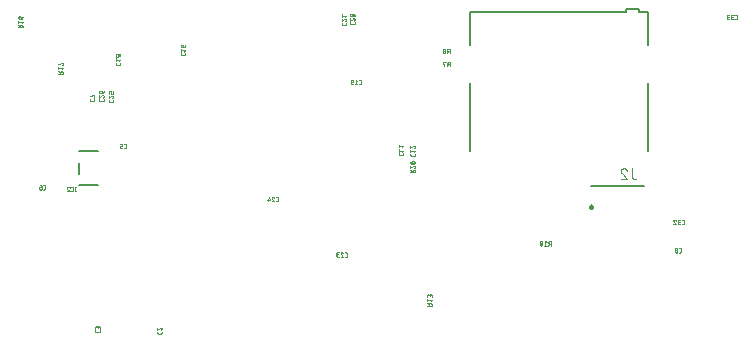
<source format=gbo>
G04 EAGLE Gerber RS-274X export*
G04 #@! %TF.Part,Single*
G04 #@! %TF.FileFunction,Legend,Bot,1*
G04 #@! %TF.FilePolarity,Positive*
G04 #@! %TF.GenerationSoftware,Autodesk,EAGLE,9.5.2*
G04 #@! %TF.CreationDate,2020-03-16T13:55:46Z*
G75*
%MOMM*%
%FSLAX34Y34*%
%LPD*%
%INSilkscreen Bottom*%
%IPPOS*%
%AMOC8*
5,1,8,0,0,1.08239X$1,22.5*%
G01*
%ADD10C,0.025400*%
%ADD11C,0.152400*%
%ADD12C,0.200000*%
%ADD13C,0.240000*%
%ADD14C,0.076200*%


D10*
X364213Y195785D02*
X364213Y194938D01*
X364215Y194883D01*
X364220Y194827D01*
X364229Y194773D01*
X364242Y194719D01*
X364258Y194666D01*
X364277Y194614D01*
X364300Y194563D01*
X364326Y194515D01*
X364356Y194467D01*
X364388Y194422D01*
X364423Y194380D01*
X364461Y194339D01*
X364502Y194301D01*
X364544Y194266D01*
X364589Y194234D01*
X364637Y194204D01*
X364685Y194178D01*
X364736Y194155D01*
X364788Y194136D01*
X364841Y194120D01*
X364895Y194107D01*
X364949Y194098D01*
X365005Y194093D01*
X365060Y194091D01*
X367176Y194091D01*
X367234Y194093D01*
X367291Y194099D01*
X367348Y194109D01*
X367405Y194122D01*
X367460Y194140D01*
X367513Y194161D01*
X367566Y194186D01*
X367616Y194214D01*
X367664Y194246D01*
X367711Y194281D01*
X367754Y194319D01*
X367795Y194360D01*
X367833Y194403D01*
X367868Y194450D01*
X367900Y194498D01*
X367928Y194548D01*
X367953Y194601D01*
X367974Y194654D01*
X367992Y194709D01*
X368005Y194766D01*
X368015Y194823D01*
X368021Y194880D01*
X368023Y194938D01*
X368023Y195785D01*
X367176Y197149D02*
X368023Y198207D01*
X364213Y198207D01*
X364213Y197149D02*
X364213Y199265D01*
X367176Y200806D02*
X368023Y201865D01*
X364213Y201865D01*
X364213Y202923D02*
X364213Y200806D01*
X374213Y195285D02*
X374213Y194438D01*
X374215Y194383D01*
X374220Y194327D01*
X374229Y194273D01*
X374242Y194219D01*
X374258Y194166D01*
X374277Y194114D01*
X374300Y194063D01*
X374326Y194015D01*
X374356Y193967D01*
X374388Y193922D01*
X374423Y193880D01*
X374461Y193839D01*
X374502Y193801D01*
X374544Y193766D01*
X374589Y193734D01*
X374637Y193704D01*
X374685Y193678D01*
X374736Y193655D01*
X374788Y193636D01*
X374841Y193620D01*
X374895Y193607D01*
X374949Y193598D01*
X375005Y193593D01*
X375060Y193591D01*
X377176Y193591D01*
X377234Y193593D01*
X377291Y193599D01*
X377348Y193609D01*
X377405Y193622D01*
X377460Y193640D01*
X377513Y193661D01*
X377566Y193686D01*
X377616Y193714D01*
X377664Y193746D01*
X377711Y193781D01*
X377754Y193819D01*
X377795Y193860D01*
X377833Y193903D01*
X377868Y193950D01*
X377900Y193998D01*
X377928Y194048D01*
X377953Y194101D01*
X377974Y194154D01*
X377992Y194209D01*
X378005Y194266D01*
X378015Y194323D01*
X378021Y194380D01*
X378023Y194438D01*
X378023Y195285D01*
X377176Y196649D02*
X378023Y197707D01*
X374213Y197707D01*
X374213Y196649D02*
X374213Y198765D01*
X377071Y202424D02*
X377131Y202422D01*
X377190Y202416D01*
X377250Y202407D01*
X377308Y202394D01*
X377365Y202377D01*
X377422Y202357D01*
X377477Y202333D01*
X377530Y202306D01*
X377582Y202276D01*
X377631Y202242D01*
X377678Y202205D01*
X377723Y202166D01*
X377766Y202123D01*
X377805Y202078D01*
X377842Y202031D01*
X377876Y201982D01*
X377906Y201930D01*
X377933Y201877D01*
X377957Y201822D01*
X377977Y201765D01*
X377994Y201708D01*
X378007Y201650D01*
X378016Y201590D01*
X378022Y201531D01*
X378024Y201471D01*
X378023Y201471D02*
X378021Y201404D01*
X378016Y201337D01*
X378007Y201271D01*
X377994Y201205D01*
X377978Y201141D01*
X377958Y201077D01*
X377934Y201014D01*
X377908Y200952D01*
X377878Y200893D01*
X377845Y200835D01*
X377808Y200778D01*
X377769Y200724D01*
X377727Y200672D01*
X377682Y200623D01*
X377634Y200576D01*
X377584Y200532D01*
X377531Y200490D01*
X377476Y200452D01*
X377420Y200416D01*
X377361Y200384D01*
X377301Y200355D01*
X377239Y200329D01*
X377176Y200307D01*
X376330Y202106D02*
X376372Y202147D01*
X376417Y202186D01*
X376463Y202223D01*
X376512Y202257D01*
X376562Y202288D01*
X376614Y202315D01*
X376668Y202340D01*
X376723Y202362D01*
X376779Y202381D01*
X376836Y202396D01*
X376894Y202408D01*
X376953Y202416D01*
X377012Y202421D01*
X377071Y202423D01*
X376330Y202106D02*
X374213Y200306D01*
X374213Y202423D01*
X179777Y279824D02*
X179777Y280670D01*
X179777Y279824D02*
X179779Y279769D01*
X179784Y279713D01*
X179793Y279659D01*
X179806Y279605D01*
X179822Y279552D01*
X179841Y279500D01*
X179864Y279449D01*
X179890Y279401D01*
X179920Y279353D01*
X179952Y279308D01*
X179987Y279266D01*
X180025Y279225D01*
X180066Y279187D01*
X180108Y279152D01*
X180153Y279120D01*
X180201Y279090D01*
X180249Y279064D01*
X180300Y279041D01*
X180352Y279022D01*
X180405Y279006D01*
X180459Y278993D01*
X180513Y278984D01*
X180569Y278979D01*
X180624Y278977D01*
X182740Y278977D01*
X182798Y278979D01*
X182855Y278985D01*
X182912Y278995D01*
X182969Y279008D01*
X183024Y279026D01*
X183077Y279047D01*
X183130Y279072D01*
X183180Y279100D01*
X183228Y279132D01*
X183275Y279167D01*
X183318Y279205D01*
X183359Y279246D01*
X183397Y279289D01*
X183432Y279336D01*
X183464Y279384D01*
X183492Y279434D01*
X183517Y279487D01*
X183538Y279540D01*
X183556Y279595D01*
X183569Y279652D01*
X183579Y279709D01*
X183585Y279766D01*
X183587Y279824D01*
X183587Y280670D01*
X182740Y282034D02*
X183587Y283093D01*
X179777Y283093D01*
X179777Y284151D02*
X179777Y282034D01*
X181894Y285692D02*
X181894Y286962D01*
X181892Y287017D01*
X181887Y287073D01*
X181878Y287127D01*
X181865Y287181D01*
X181849Y287234D01*
X181830Y287286D01*
X181807Y287337D01*
X181781Y287386D01*
X181751Y287433D01*
X181719Y287478D01*
X181684Y287520D01*
X181646Y287561D01*
X181605Y287599D01*
X181563Y287634D01*
X181518Y287666D01*
X181471Y287696D01*
X181422Y287722D01*
X181371Y287745D01*
X181319Y287764D01*
X181266Y287780D01*
X181212Y287793D01*
X181158Y287802D01*
X181102Y287807D01*
X181047Y287809D01*
X180835Y287809D01*
X180835Y287808D02*
X180771Y287806D01*
X180707Y287800D01*
X180644Y287791D01*
X180582Y287777D01*
X180520Y287760D01*
X180460Y287739D01*
X180401Y287715D01*
X180343Y287687D01*
X180288Y287655D01*
X180234Y287621D01*
X180183Y287583D01*
X180133Y287542D01*
X180087Y287498D01*
X180043Y287452D01*
X180002Y287402D01*
X179964Y287351D01*
X179930Y287297D01*
X179898Y287242D01*
X179870Y287184D01*
X179846Y287125D01*
X179825Y287065D01*
X179808Y287003D01*
X179794Y286941D01*
X179785Y286878D01*
X179779Y286814D01*
X179777Y286750D01*
X179779Y286686D01*
X179785Y286622D01*
X179794Y286559D01*
X179808Y286497D01*
X179825Y286435D01*
X179846Y286375D01*
X179870Y286316D01*
X179898Y286258D01*
X179930Y286203D01*
X179964Y286149D01*
X180002Y286098D01*
X180043Y286048D01*
X180087Y286002D01*
X180133Y285958D01*
X180183Y285917D01*
X180234Y285879D01*
X180288Y285845D01*
X180343Y285813D01*
X180401Y285785D01*
X180460Y285761D01*
X180520Y285740D01*
X180582Y285723D01*
X180644Y285709D01*
X180707Y285700D01*
X180771Y285694D01*
X180835Y285692D01*
X181894Y285692D01*
X181975Y285694D01*
X182055Y285700D01*
X182135Y285709D01*
X182214Y285723D01*
X182293Y285740D01*
X182371Y285761D01*
X182448Y285785D01*
X182523Y285813D01*
X182597Y285845D01*
X182670Y285880D01*
X182740Y285919D01*
X182809Y285961D01*
X182876Y286006D01*
X182941Y286054D01*
X183003Y286106D01*
X183062Y286160D01*
X183119Y286217D01*
X183173Y286276D01*
X183225Y286338D01*
X183273Y286403D01*
X183318Y286470D01*
X183360Y286538D01*
X183399Y286609D01*
X183434Y286682D01*
X183466Y286756D01*
X183494Y286831D01*
X183518Y286908D01*
X183539Y286986D01*
X183556Y287065D01*
X183570Y287144D01*
X183579Y287224D01*
X183585Y287304D01*
X183587Y287385D01*
X124777Y272670D02*
X124777Y271824D01*
X124779Y271769D01*
X124784Y271713D01*
X124793Y271659D01*
X124806Y271605D01*
X124822Y271552D01*
X124841Y271500D01*
X124864Y271449D01*
X124890Y271401D01*
X124920Y271353D01*
X124952Y271308D01*
X124987Y271266D01*
X125025Y271225D01*
X125066Y271187D01*
X125108Y271152D01*
X125153Y271120D01*
X125201Y271090D01*
X125249Y271064D01*
X125300Y271041D01*
X125352Y271022D01*
X125405Y271006D01*
X125459Y270993D01*
X125513Y270984D01*
X125569Y270979D01*
X125624Y270977D01*
X127740Y270977D01*
X127798Y270979D01*
X127855Y270985D01*
X127912Y270995D01*
X127969Y271008D01*
X128024Y271026D01*
X128077Y271047D01*
X128130Y271072D01*
X128180Y271100D01*
X128228Y271132D01*
X128275Y271167D01*
X128318Y271205D01*
X128359Y271246D01*
X128397Y271289D01*
X128432Y271336D01*
X128464Y271384D01*
X128492Y271434D01*
X128517Y271487D01*
X128538Y271540D01*
X128556Y271595D01*
X128569Y271652D01*
X128579Y271709D01*
X128585Y271766D01*
X128587Y271824D01*
X128587Y272670D01*
X127740Y274034D02*
X128587Y275093D01*
X124777Y275093D01*
X124777Y276151D02*
X124777Y274034D01*
X125835Y277692D02*
X125899Y277694D01*
X125963Y277700D01*
X126026Y277709D01*
X126088Y277723D01*
X126150Y277740D01*
X126210Y277761D01*
X126269Y277785D01*
X126327Y277813D01*
X126382Y277845D01*
X126436Y277879D01*
X126487Y277917D01*
X126537Y277958D01*
X126583Y278002D01*
X126627Y278048D01*
X126668Y278098D01*
X126706Y278149D01*
X126740Y278203D01*
X126772Y278258D01*
X126800Y278316D01*
X126824Y278375D01*
X126845Y278435D01*
X126862Y278497D01*
X126876Y278559D01*
X126885Y278622D01*
X126891Y278686D01*
X126893Y278750D01*
X126891Y278814D01*
X126885Y278878D01*
X126876Y278941D01*
X126862Y279003D01*
X126845Y279065D01*
X126824Y279125D01*
X126800Y279184D01*
X126772Y279242D01*
X126740Y279297D01*
X126706Y279351D01*
X126668Y279402D01*
X126627Y279452D01*
X126583Y279498D01*
X126537Y279542D01*
X126487Y279583D01*
X126436Y279621D01*
X126382Y279655D01*
X126327Y279687D01*
X126269Y279715D01*
X126210Y279739D01*
X126150Y279760D01*
X126088Y279777D01*
X126026Y279791D01*
X125963Y279800D01*
X125899Y279806D01*
X125835Y279808D01*
X125771Y279806D01*
X125707Y279800D01*
X125644Y279791D01*
X125582Y279777D01*
X125520Y279760D01*
X125460Y279739D01*
X125401Y279715D01*
X125343Y279687D01*
X125288Y279655D01*
X125234Y279621D01*
X125183Y279583D01*
X125133Y279542D01*
X125087Y279498D01*
X125043Y279452D01*
X125002Y279402D01*
X124964Y279351D01*
X124930Y279297D01*
X124898Y279242D01*
X124870Y279184D01*
X124846Y279125D01*
X124825Y279065D01*
X124808Y279003D01*
X124794Y278941D01*
X124785Y278878D01*
X124779Y278814D01*
X124777Y278750D01*
X124779Y278686D01*
X124785Y278622D01*
X124794Y278559D01*
X124808Y278497D01*
X124825Y278435D01*
X124846Y278375D01*
X124870Y278316D01*
X124898Y278258D01*
X124930Y278203D01*
X124964Y278149D01*
X125002Y278098D01*
X125043Y278048D01*
X125087Y278002D01*
X125133Y277958D01*
X125183Y277917D01*
X125234Y277879D01*
X125288Y277845D01*
X125343Y277813D01*
X125401Y277785D01*
X125460Y277761D01*
X125520Y277740D01*
X125582Y277723D01*
X125644Y277709D01*
X125707Y277700D01*
X125771Y277694D01*
X125835Y277692D01*
X127740Y277903D02*
X127797Y277905D01*
X127853Y277911D01*
X127909Y277920D01*
X127964Y277933D01*
X128018Y277950D01*
X128071Y277970D01*
X128122Y277994D01*
X128172Y278021D01*
X128219Y278052D01*
X128265Y278085D01*
X128308Y278122D01*
X128349Y278161D01*
X128387Y278203D01*
X128422Y278248D01*
X128454Y278294D01*
X128483Y278343D01*
X128508Y278393D01*
X128530Y278446D01*
X128549Y278499D01*
X128564Y278554D01*
X128575Y278609D01*
X128583Y278665D01*
X128587Y278722D01*
X128587Y278778D01*
X128583Y278835D01*
X128575Y278891D01*
X128564Y278946D01*
X128549Y279001D01*
X128530Y279054D01*
X128508Y279107D01*
X128483Y279157D01*
X128454Y279206D01*
X128422Y279252D01*
X128387Y279297D01*
X128349Y279339D01*
X128308Y279378D01*
X128265Y279415D01*
X128219Y279448D01*
X128172Y279479D01*
X128122Y279506D01*
X128071Y279530D01*
X128018Y279550D01*
X127964Y279567D01*
X127909Y279580D01*
X127853Y279589D01*
X127797Y279595D01*
X127740Y279597D01*
X127683Y279595D01*
X127627Y279589D01*
X127571Y279580D01*
X127516Y279567D01*
X127462Y279550D01*
X127409Y279530D01*
X127358Y279506D01*
X127308Y279479D01*
X127261Y279448D01*
X127215Y279415D01*
X127172Y279378D01*
X127131Y279339D01*
X127093Y279297D01*
X127058Y279252D01*
X127026Y279206D01*
X126997Y279157D01*
X126972Y279107D01*
X126950Y279054D01*
X126931Y279001D01*
X126916Y278946D01*
X126905Y278891D01*
X126897Y278835D01*
X126893Y278778D01*
X126893Y278722D01*
X126897Y278665D01*
X126905Y278609D01*
X126916Y278554D01*
X126931Y278499D01*
X126950Y278446D01*
X126972Y278393D01*
X126997Y278343D01*
X127026Y278294D01*
X127058Y278248D01*
X127093Y278203D01*
X127131Y278161D01*
X127172Y278122D01*
X127215Y278085D01*
X127261Y278052D01*
X127308Y278021D01*
X127358Y277994D01*
X127409Y277970D01*
X127462Y277950D01*
X127516Y277933D01*
X127571Y277920D01*
X127627Y277911D01*
X127683Y277905D01*
X127740Y277903D01*
X330765Y254363D02*
X331612Y254363D01*
X331667Y254365D01*
X331723Y254370D01*
X331777Y254379D01*
X331831Y254392D01*
X331884Y254408D01*
X331936Y254427D01*
X331987Y254450D01*
X332036Y254476D01*
X332083Y254506D01*
X332128Y254538D01*
X332170Y254573D01*
X332211Y254611D01*
X332249Y254652D01*
X332284Y254694D01*
X332316Y254739D01*
X332346Y254787D01*
X332372Y254835D01*
X332395Y254886D01*
X332414Y254938D01*
X332430Y254991D01*
X332443Y255045D01*
X332452Y255099D01*
X332457Y255155D01*
X332459Y255210D01*
X332459Y257326D01*
X332457Y257384D01*
X332451Y257441D01*
X332441Y257498D01*
X332428Y257555D01*
X332410Y257610D01*
X332389Y257663D01*
X332364Y257716D01*
X332336Y257766D01*
X332304Y257814D01*
X332269Y257861D01*
X332231Y257904D01*
X332190Y257945D01*
X332147Y257983D01*
X332100Y258018D01*
X332052Y258050D01*
X332002Y258078D01*
X331949Y258103D01*
X331896Y258124D01*
X331841Y258142D01*
X331784Y258155D01*
X331727Y258165D01*
X331670Y258171D01*
X331612Y258173D01*
X330765Y258173D01*
X329401Y257326D02*
X328343Y258173D01*
X328343Y254363D01*
X329401Y254363D02*
X327285Y254363D01*
X324897Y256056D02*
X323627Y256056D01*
X324897Y256056D02*
X324952Y256058D01*
X325008Y256063D01*
X325062Y256072D01*
X325116Y256085D01*
X325169Y256101D01*
X325221Y256120D01*
X325272Y256143D01*
X325321Y256169D01*
X325368Y256199D01*
X325413Y256231D01*
X325455Y256266D01*
X325496Y256304D01*
X325534Y256345D01*
X325569Y256387D01*
X325601Y256432D01*
X325631Y256480D01*
X325657Y256528D01*
X325680Y256579D01*
X325699Y256631D01*
X325715Y256684D01*
X325728Y256738D01*
X325737Y256792D01*
X325742Y256848D01*
X325744Y256903D01*
X325744Y257115D01*
X325743Y257115D02*
X325741Y257179D01*
X325735Y257243D01*
X325726Y257306D01*
X325712Y257368D01*
X325695Y257430D01*
X325674Y257490D01*
X325650Y257549D01*
X325622Y257607D01*
X325590Y257662D01*
X325556Y257716D01*
X325518Y257767D01*
X325477Y257817D01*
X325433Y257863D01*
X325387Y257907D01*
X325337Y257948D01*
X325286Y257986D01*
X325232Y258020D01*
X325177Y258052D01*
X325119Y258080D01*
X325060Y258104D01*
X325000Y258125D01*
X324938Y258142D01*
X324876Y258156D01*
X324813Y258165D01*
X324749Y258171D01*
X324685Y258173D01*
X324621Y258171D01*
X324557Y258165D01*
X324494Y258156D01*
X324432Y258142D01*
X324370Y258125D01*
X324310Y258104D01*
X324251Y258080D01*
X324193Y258052D01*
X324138Y258020D01*
X324084Y257986D01*
X324033Y257948D01*
X323983Y257907D01*
X323937Y257863D01*
X323893Y257817D01*
X323852Y257767D01*
X323814Y257716D01*
X323780Y257662D01*
X323748Y257607D01*
X323720Y257549D01*
X323696Y257490D01*
X323675Y257430D01*
X323658Y257368D01*
X323644Y257306D01*
X323635Y257243D01*
X323629Y257179D01*
X323627Y257115D01*
X323627Y256056D01*
X323629Y255975D01*
X323635Y255895D01*
X323644Y255815D01*
X323658Y255736D01*
X323675Y255657D01*
X323696Y255579D01*
X323720Y255502D01*
X323748Y255427D01*
X323780Y255353D01*
X323815Y255280D01*
X323854Y255209D01*
X323896Y255141D01*
X323941Y255074D01*
X323989Y255009D01*
X324041Y254947D01*
X324095Y254888D01*
X324152Y254831D01*
X324211Y254777D01*
X324273Y254725D01*
X324338Y254677D01*
X324405Y254632D01*
X324474Y254590D01*
X324544Y254551D01*
X324617Y254516D01*
X324691Y254484D01*
X324766Y254456D01*
X324843Y254432D01*
X324921Y254411D01*
X325000Y254394D01*
X325079Y254380D01*
X325159Y254371D01*
X325239Y254365D01*
X325320Y254363D01*
X159827Y44820D02*
X159827Y43974D01*
X159829Y43919D01*
X159834Y43863D01*
X159843Y43809D01*
X159856Y43755D01*
X159872Y43702D01*
X159891Y43650D01*
X159914Y43599D01*
X159940Y43551D01*
X159970Y43503D01*
X160002Y43458D01*
X160037Y43416D01*
X160075Y43375D01*
X160116Y43337D01*
X160158Y43302D01*
X160203Y43270D01*
X160251Y43240D01*
X160299Y43214D01*
X160350Y43191D01*
X160402Y43172D01*
X160455Y43156D01*
X160509Y43143D01*
X160563Y43134D01*
X160619Y43129D01*
X160674Y43127D01*
X162790Y43127D01*
X162848Y43129D01*
X162905Y43135D01*
X162962Y43145D01*
X163019Y43158D01*
X163074Y43176D01*
X163127Y43197D01*
X163180Y43222D01*
X163230Y43250D01*
X163278Y43282D01*
X163325Y43317D01*
X163368Y43355D01*
X163409Y43396D01*
X163447Y43439D01*
X163482Y43486D01*
X163514Y43534D01*
X163542Y43584D01*
X163567Y43637D01*
X163588Y43690D01*
X163606Y43745D01*
X163619Y43802D01*
X163629Y43859D01*
X163635Y43916D01*
X163637Y43974D01*
X163637Y44820D01*
X163638Y47349D02*
X163636Y47409D01*
X163630Y47468D01*
X163621Y47528D01*
X163608Y47586D01*
X163591Y47643D01*
X163571Y47700D01*
X163547Y47755D01*
X163520Y47808D01*
X163490Y47860D01*
X163456Y47909D01*
X163419Y47956D01*
X163380Y48001D01*
X163337Y48044D01*
X163292Y48083D01*
X163245Y48120D01*
X163196Y48154D01*
X163144Y48184D01*
X163091Y48211D01*
X163036Y48235D01*
X162979Y48255D01*
X162922Y48272D01*
X162864Y48285D01*
X162804Y48294D01*
X162745Y48300D01*
X162685Y48302D01*
X163637Y47349D02*
X163635Y47282D01*
X163630Y47215D01*
X163621Y47149D01*
X163608Y47083D01*
X163592Y47019D01*
X163572Y46955D01*
X163548Y46892D01*
X163522Y46830D01*
X163492Y46771D01*
X163459Y46713D01*
X163422Y46656D01*
X163383Y46602D01*
X163341Y46550D01*
X163296Y46501D01*
X163248Y46454D01*
X163198Y46410D01*
X163145Y46368D01*
X163090Y46330D01*
X163034Y46294D01*
X162975Y46262D01*
X162915Y46233D01*
X162853Y46207D01*
X162790Y46185D01*
X161944Y47984D02*
X161986Y48025D01*
X162031Y48064D01*
X162077Y48101D01*
X162126Y48135D01*
X162176Y48166D01*
X162228Y48193D01*
X162282Y48218D01*
X162337Y48240D01*
X162393Y48259D01*
X162450Y48274D01*
X162508Y48286D01*
X162567Y48294D01*
X162626Y48299D01*
X162685Y48301D01*
X161944Y47984D02*
X159827Y46184D01*
X159827Y48301D01*
X323177Y305924D02*
X323177Y306770D01*
X323177Y305924D02*
X323179Y305869D01*
X323184Y305813D01*
X323193Y305759D01*
X323206Y305705D01*
X323222Y305652D01*
X323241Y305600D01*
X323264Y305549D01*
X323290Y305501D01*
X323320Y305453D01*
X323352Y305408D01*
X323387Y305366D01*
X323425Y305325D01*
X323466Y305287D01*
X323508Y305252D01*
X323553Y305220D01*
X323601Y305190D01*
X323649Y305164D01*
X323700Y305141D01*
X323752Y305122D01*
X323805Y305106D01*
X323859Y305093D01*
X323913Y305084D01*
X323969Y305079D01*
X324024Y305077D01*
X326140Y305077D01*
X326198Y305079D01*
X326255Y305085D01*
X326312Y305095D01*
X326369Y305108D01*
X326424Y305126D01*
X326477Y305147D01*
X326530Y305172D01*
X326580Y305200D01*
X326628Y305232D01*
X326675Y305267D01*
X326718Y305305D01*
X326759Y305346D01*
X326797Y305389D01*
X326832Y305436D01*
X326864Y305484D01*
X326892Y305534D01*
X326917Y305587D01*
X326938Y305640D01*
X326956Y305695D01*
X326969Y305752D01*
X326979Y305809D01*
X326985Y305866D01*
X326987Y305924D01*
X326987Y306770D01*
X326988Y309299D02*
X326986Y309359D01*
X326980Y309418D01*
X326971Y309478D01*
X326958Y309536D01*
X326941Y309593D01*
X326921Y309650D01*
X326897Y309705D01*
X326870Y309758D01*
X326840Y309810D01*
X326806Y309859D01*
X326769Y309906D01*
X326730Y309951D01*
X326687Y309994D01*
X326642Y310033D01*
X326595Y310070D01*
X326546Y310104D01*
X326494Y310134D01*
X326441Y310161D01*
X326386Y310185D01*
X326329Y310205D01*
X326272Y310222D01*
X326214Y310235D01*
X326154Y310244D01*
X326095Y310250D01*
X326035Y310252D01*
X326987Y309299D02*
X326985Y309232D01*
X326980Y309165D01*
X326971Y309099D01*
X326958Y309033D01*
X326942Y308969D01*
X326922Y308905D01*
X326898Y308842D01*
X326872Y308780D01*
X326842Y308721D01*
X326809Y308663D01*
X326772Y308606D01*
X326733Y308552D01*
X326691Y308500D01*
X326646Y308451D01*
X326598Y308404D01*
X326548Y308360D01*
X326495Y308318D01*
X326440Y308280D01*
X326384Y308244D01*
X326325Y308212D01*
X326265Y308183D01*
X326203Y308157D01*
X326140Y308135D01*
X325294Y309934D02*
X325336Y309975D01*
X325381Y310014D01*
X325427Y310051D01*
X325476Y310085D01*
X325526Y310116D01*
X325578Y310143D01*
X325632Y310168D01*
X325687Y310190D01*
X325743Y310209D01*
X325800Y310224D01*
X325858Y310236D01*
X325917Y310244D01*
X325976Y310249D01*
X326035Y310251D01*
X325294Y309934D02*
X323177Y308134D01*
X323177Y310251D01*
X325082Y311792D02*
X325192Y311794D01*
X325301Y311800D01*
X325410Y311809D01*
X325519Y311823D01*
X325627Y311840D01*
X325735Y311861D01*
X325841Y311885D01*
X325947Y311914D01*
X326052Y311946D01*
X326156Y311981D01*
X326258Y312020D01*
X326359Y312063D01*
X326458Y312110D01*
X326458Y312109D02*
X326508Y312129D01*
X326557Y312151D01*
X326605Y312177D01*
X326650Y312206D01*
X326693Y312239D01*
X326734Y312274D01*
X326773Y312312D01*
X326808Y312352D01*
X326841Y312395D01*
X326871Y312440D01*
X326898Y312487D01*
X326921Y312535D01*
X326941Y312585D01*
X326957Y312637D01*
X326970Y312689D01*
X326980Y312742D01*
X326985Y312796D01*
X326987Y312850D01*
X326985Y312904D01*
X326980Y312958D01*
X326970Y313011D01*
X326957Y313063D01*
X326941Y313115D01*
X326921Y313165D01*
X326898Y313213D01*
X326871Y313260D01*
X326841Y313305D01*
X326808Y313348D01*
X326773Y313388D01*
X326734Y313426D01*
X326693Y313461D01*
X326650Y313494D01*
X326605Y313523D01*
X326557Y313549D01*
X326508Y313571D01*
X326458Y313591D01*
X326359Y313638D01*
X326258Y313681D01*
X326156Y313720D01*
X326052Y313755D01*
X325947Y313787D01*
X325841Y313816D01*
X325735Y313840D01*
X325627Y313861D01*
X325519Y313878D01*
X325410Y313892D01*
X325301Y313901D01*
X325192Y313907D01*
X325082Y313909D01*
X325082Y311792D02*
X324972Y311794D01*
X324863Y311800D01*
X324754Y311809D01*
X324645Y311823D01*
X324537Y311840D01*
X324429Y311861D01*
X324323Y311885D01*
X324217Y311914D01*
X324112Y311946D01*
X324009Y311981D01*
X323906Y312020D01*
X323805Y312063D01*
X323706Y312110D01*
X323706Y312109D02*
X323656Y312129D01*
X323607Y312151D01*
X323559Y312177D01*
X323514Y312206D01*
X323471Y312239D01*
X323430Y312274D01*
X323391Y312312D01*
X323356Y312352D01*
X323323Y312395D01*
X323293Y312440D01*
X323266Y312487D01*
X323243Y312535D01*
X323223Y312585D01*
X323207Y312637D01*
X323194Y312689D01*
X323184Y312742D01*
X323179Y312796D01*
X323177Y312850D01*
X323706Y313591D02*
X323805Y313638D01*
X323906Y313681D01*
X324009Y313720D01*
X324112Y313755D01*
X324217Y313787D01*
X324323Y313816D01*
X324429Y313840D01*
X324537Y313861D01*
X324645Y313878D01*
X324754Y313892D01*
X324863Y313901D01*
X324972Y313907D01*
X325082Y313909D01*
X323706Y313591D02*
X323656Y313571D01*
X323607Y313549D01*
X323559Y313523D01*
X323514Y313494D01*
X323471Y313461D01*
X323430Y313426D01*
X323391Y313388D01*
X323356Y313348D01*
X323323Y313305D01*
X323293Y313260D01*
X323266Y313213D01*
X323243Y313165D01*
X323223Y313115D01*
X323207Y313063D01*
X323194Y313011D01*
X323184Y312958D01*
X323179Y312904D01*
X323177Y312850D01*
X324024Y312004D02*
X326140Y313697D01*
X316177Y306270D02*
X316177Y305424D01*
X316179Y305369D01*
X316184Y305313D01*
X316193Y305259D01*
X316206Y305205D01*
X316222Y305152D01*
X316241Y305100D01*
X316264Y305049D01*
X316290Y305001D01*
X316320Y304953D01*
X316352Y304908D01*
X316387Y304866D01*
X316425Y304825D01*
X316466Y304787D01*
X316508Y304752D01*
X316553Y304720D01*
X316601Y304690D01*
X316649Y304664D01*
X316700Y304641D01*
X316752Y304622D01*
X316805Y304606D01*
X316859Y304593D01*
X316913Y304584D01*
X316969Y304579D01*
X317024Y304577D01*
X319140Y304577D01*
X319198Y304579D01*
X319255Y304585D01*
X319312Y304595D01*
X319369Y304608D01*
X319424Y304626D01*
X319477Y304647D01*
X319530Y304672D01*
X319580Y304700D01*
X319628Y304732D01*
X319675Y304767D01*
X319718Y304805D01*
X319759Y304846D01*
X319797Y304889D01*
X319832Y304936D01*
X319864Y304984D01*
X319892Y305034D01*
X319917Y305087D01*
X319938Y305140D01*
X319956Y305195D01*
X319969Y305252D01*
X319979Y305309D01*
X319985Y305366D01*
X319987Y305424D01*
X319987Y306270D01*
X319988Y308799D02*
X319986Y308859D01*
X319980Y308918D01*
X319971Y308978D01*
X319958Y309036D01*
X319941Y309093D01*
X319921Y309150D01*
X319897Y309205D01*
X319870Y309258D01*
X319840Y309310D01*
X319806Y309359D01*
X319769Y309406D01*
X319730Y309451D01*
X319687Y309494D01*
X319642Y309533D01*
X319595Y309570D01*
X319546Y309604D01*
X319494Y309634D01*
X319441Y309661D01*
X319386Y309685D01*
X319329Y309705D01*
X319272Y309722D01*
X319214Y309735D01*
X319154Y309744D01*
X319095Y309750D01*
X319035Y309752D01*
X319987Y308799D02*
X319985Y308732D01*
X319980Y308665D01*
X319971Y308599D01*
X319958Y308533D01*
X319942Y308469D01*
X319922Y308405D01*
X319898Y308342D01*
X319872Y308280D01*
X319842Y308221D01*
X319809Y308163D01*
X319772Y308106D01*
X319733Y308052D01*
X319691Y308000D01*
X319646Y307951D01*
X319598Y307904D01*
X319548Y307860D01*
X319495Y307818D01*
X319440Y307780D01*
X319384Y307744D01*
X319325Y307712D01*
X319265Y307683D01*
X319203Y307657D01*
X319140Y307635D01*
X318294Y309434D02*
X318336Y309475D01*
X318381Y309514D01*
X318427Y309551D01*
X318476Y309585D01*
X318526Y309616D01*
X318578Y309643D01*
X318632Y309668D01*
X318687Y309690D01*
X318743Y309709D01*
X318800Y309724D01*
X318858Y309736D01*
X318917Y309744D01*
X318976Y309749D01*
X319035Y309751D01*
X318294Y309434D02*
X316177Y307634D01*
X316177Y309751D01*
X319140Y311292D02*
X319987Y312350D01*
X316177Y312350D01*
X316177Y311292D02*
X316177Y313409D01*
X318665Y108163D02*
X319512Y108163D01*
X319567Y108165D01*
X319623Y108170D01*
X319677Y108179D01*
X319731Y108192D01*
X319784Y108208D01*
X319836Y108227D01*
X319887Y108250D01*
X319936Y108276D01*
X319983Y108306D01*
X320028Y108338D01*
X320070Y108373D01*
X320111Y108411D01*
X320149Y108452D01*
X320184Y108494D01*
X320216Y108539D01*
X320246Y108587D01*
X320272Y108635D01*
X320295Y108686D01*
X320314Y108738D01*
X320330Y108791D01*
X320343Y108845D01*
X320352Y108899D01*
X320357Y108955D01*
X320359Y109010D01*
X320359Y111126D01*
X320357Y111184D01*
X320351Y111241D01*
X320341Y111298D01*
X320328Y111355D01*
X320310Y111410D01*
X320289Y111463D01*
X320264Y111516D01*
X320236Y111566D01*
X320204Y111614D01*
X320169Y111661D01*
X320131Y111704D01*
X320090Y111745D01*
X320047Y111783D01*
X320000Y111818D01*
X319952Y111850D01*
X319902Y111878D01*
X319849Y111903D01*
X319796Y111924D01*
X319741Y111942D01*
X319684Y111955D01*
X319627Y111965D01*
X319570Y111971D01*
X319512Y111973D01*
X318665Y111973D01*
X316137Y111974D02*
X316077Y111972D01*
X316018Y111966D01*
X315958Y111957D01*
X315900Y111944D01*
X315843Y111927D01*
X315786Y111907D01*
X315731Y111883D01*
X315678Y111856D01*
X315626Y111826D01*
X315577Y111792D01*
X315530Y111755D01*
X315485Y111716D01*
X315442Y111673D01*
X315403Y111628D01*
X315366Y111581D01*
X315332Y111532D01*
X315302Y111480D01*
X315275Y111427D01*
X315251Y111372D01*
X315231Y111315D01*
X315214Y111258D01*
X315201Y111200D01*
X315192Y111140D01*
X315186Y111081D01*
X315184Y111021D01*
X316137Y111973D02*
X316204Y111971D01*
X316271Y111966D01*
X316337Y111957D01*
X316403Y111944D01*
X316467Y111928D01*
X316531Y111908D01*
X316594Y111884D01*
X316656Y111858D01*
X316715Y111828D01*
X316773Y111795D01*
X316830Y111758D01*
X316884Y111719D01*
X316936Y111677D01*
X316985Y111632D01*
X317032Y111584D01*
X317076Y111534D01*
X317118Y111481D01*
X317156Y111426D01*
X317192Y111370D01*
X317224Y111311D01*
X317253Y111251D01*
X317279Y111189D01*
X317301Y111126D01*
X315502Y110280D02*
X315461Y110322D01*
X315422Y110367D01*
X315385Y110413D01*
X315351Y110462D01*
X315320Y110512D01*
X315293Y110564D01*
X315268Y110618D01*
X315246Y110673D01*
X315227Y110729D01*
X315212Y110786D01*
X315200Y110844D01*
X315192Y110903D01*
X315187Y110962D01*
X315185Y111021D01*
X315502Y110280D02*
X317301Y108163D01*
X315185Y108163D01*
X313644Y108163D02*
X312585Y108163D01*
X312521Y108165D01*
X312457Y108171D01*
X312394Y108180D01*
X312332Y108194D01*
X312270Y108211D01*
X312210Y108232D01*
X312151Y108256D01*
X312093Y108284D01*
X312038Y108316D01*
X311984Y108350D01*
X311933Y108388D01*
X311883Y108429D01*
X311837Y108473D01*
X311793Y108519D01*
X311752Y108569D01*
X311714Y108620D01*
X311680Y108674D01*
X311648Y108729D01*
X311620Y108787D01*
X311596Y108846D01*
X311575Y108906D01*
X311558Y108968D01*
X311544Y109030D01*
X311535Y109093D01*
X311529Y109157D01*
X311527Y109221D01*
X311529Y109285D01*
X311535Y109349D01*
X311544Y109412D01*
X311558Y109474D01*
X311575Y109536D01*
X311596Y109596D01*
X311620Y109655D01*
X311648Y109713D01*
X311680Y109768D01*
X311714Y109822D01*
X311752Y109873D01*
X311793Y109923D01*
X311837Y109969D01*
X311883Y110013D01*
X311933Y110054D01*
X311984Y110092D01*
X312038Y110126D01*
X312093Y110158D01*
X312151Y110186D01*
X312210Y110210D01*
X312270Y110231D01*
X312332Y110248D01*
X312394Y110262D01*
X312457Y110271D01*
X312521Y110277D01*
X312585Y110279D01*
X312374Y111973D02*
X313644Y111973D01*
X312374Y111973D02*
X312317Y111971D01*
X312261Y111965D01*
X312205Y111956D01*
X312150Y111943D01*
X312096Y111926D01*
X312043Y111906D01*
X311992Y111882D01*
X311942Y111855D01*
X311895Y111824D01*
X311849Y111791D01*
X311806Y111754D01*
X311765Y111715D01*
X311727Y111673D01*
X311692Y111628D01*
X311660Y111582D01*
X311631Y111533D01*
X311606Y111483D01*
X311584Y111430D01*
X311565Y111377D01*
X311550Y111322D01*
X311539Y111267D01*
X311531Y111211D01*
X311527Y111154D01*
X311527Y111098D01*
X311531Y111041D01*
X311539Y110985D01*
X311550Y110930D01*
X311565Y110875D01*
X311584Y110822D01*
X311606Y110769D01*
X311631Y110719D01*
X311660Y110670D01*
X311692Y110624D01*
X311727Y110579D01*
X311765Y110537D01*
X311806Y110498D01*
X311849Y110461D01*
X311895Y110428D01*
X311942Y110397D01*
X311992Y110370D01*
X312043Y110346D01*
X312096Y110326D01*
X312150Y110309D01*
X312205Y110296D01*
X312261Y110287D01*
X312317Y110281D01*
X312374Y110279D01*
X312374Y110280D02*
X313220Y110280D01*
X260962Y155413D02*
X260115Y155413D01*
X260962Y155413D02*
X261017Y155415D01*
X261073Y155420D01*
X261127Y155429D01*
X261181Y155442D01*
X261234Y155458D01*
X261286Y155477D01*
X261337Y155500D01*
X261386Y155526D01*
X261433Y155556D01*
X261478Y155588D01*
X261520Y155623D01*
X261561Y155661D01*
X261599Y155702D01*
X261634Y155744D01*
X261666Y155789D01*
X261696Y155837D01*
X261722Y155885D01*
X261745Y155936D01*
X261764Y155988D01*
X261780Y156041D01*
X261793Y156095D01*
X261802Y156149D01*
X261807Y156205D01*
X261809Y156260D01*
X261809Y158376D01*
X261807Y158434D01*
X261801Y158491D01*
X261791Y158548D01*
X261778Y158605D01*
X261760Y158660D01*
X261739Y158713D01*
X261714Y158766D01*
X261686Y158816D01*
X261654Y158864D01*
X261619Y158911D01*
X261581Y158954D01*
X261540Y158995D01*
X261497Y159033D01*
X261450Y159068D01*
X261402Y159100D01*
X261352Y159128D01*
X261299Y159153D01*
X261246Y159174D01*
X261191Y159192D01*
X261134Y159205D01*
X261077Y159215D01*
X261020Y159221D01*
X260962Y159223D01*
X260115Y159223D01*
X257587Y159224D02*
X257527Y159222D01*
X257468Y159216D01*
X257408Y159207D01*
X257350Y159194D01*
X257293Y159177D01*
X257236Y159157D01*
X257181Y159133D01*
X257128Y159106D01*
X257076Y159076D01*
X257027Y159042D01*
X256980Y159005D01*
X256935Y158966D01*
X256892Y158923D01*
X256853Y158878D01*
X256816Y158831D01*
X256782Y158782D01*
X256752Y158730D01*
X256725Y158677D01*
X256701Y158622D01*
X256681Y158565D01*
X256664Y158508D01*
X256651Y158450D01*
X256642Y158390D01*
X256636Y158331D01*
X256634Y158271D01*
X257587Y159223D02*
X257654Y159221D01*
X257721Y159216D01*
X257787Y159207D01*
X257853Y159194D01*
X257917Y159178D01*
X257981Y159158D01*
X258044Y159134D01*
X258106Y159108D01*
X258165Y159078D01*
X258223Y159045D01*
X258280Y159008D01*
X258334Y158969D01*
X258386Y158927D01*
X258435Y158882D01*
X258482Y158834D01*
X258526Y158784D01*
X258568Y158731D01*
X258606Y158676D01*
X258642Y158620D01*
X258674Y158561D01*
X258703Y158501D01*
X258729Y158439D01*
X258751Y158376D01*
X256952Y157530D02*
X256911Y157572D01*
X256872Y157617D01*
X256835Y157663D01*
X256801Y157712D01*
X256770Y157762D01*
X256743Y157814D01*
X256718Y157868D01*
X256696Y157923D01*
X256677Y157979D01*
X256662Y158036D01*
X256650Y158094D01*
X256642Y158153D01*
X256637Y158212D01*
X256635Y158271D01*
X256952Y157530D02*
X258751Y155413D01*
X256635Y155413D01*
X255094Y156260D02*
X254247Y159223D01*
X255094Y156260D02*
X252977Y156260D01*
X253612Y157106D02*
X253612Y155413D01*
X118777Y240324D02*
X118777Y241170D01*
X118777Y240324D02*
X118779Y240269D01*
X118784Y240213D01*
X118793Y240159D01*
X118806Y240105D01*
X118822Y240052D01*
X118841Y240000D01*
X118864Y239949D01*
X118890Y239901D01*
X118920Y239853D01*
X118952Y239808D01*
X118987Y239766D01*
X119025Y239725D01*
X119066Y239687D01*
X119108Y239652D01*
X119153Y239620D01*
X119201Y239590D01*
X119249Y239564D01*
X119300Y239541D01*
X119352Y239522D01*
X119405Y239506D01*
X119459Y239493D01*
X119513Y239484D01*
X119569Y239479D01*
X119624Y239477D01*
X121740Y239477D01*
X121798Y239479D01*
X121855Y239485D01*
X121912Y239495D01*
X121969Y239508D01*
X122024Y239526D01*
X122077Y239547D01*
X122130Y239572D01*
X122180Y239600D01*
X122228Y239632D01*
X122275Y239667D01*
X122318Y239705D01*
X122359Y239746D01*
X122397Y239789D01*
X122432Y239836D01*
X122464Y239884D01*
X122492Y239934D01*
X122517Y239987D01*
X122538Y240040D01*
X122556Y240095D01*
X122569Y240152D01*
X122579Y240209D01*
X122585Y240266D01*
X122587Y240324D01*
X122587Y241170D01*
X122588Y243699D02*
X122586Y243759D01*
X122580Y243818D01*
X122571Y243878D01*
X122558Y243936D01*
X122541Y243993D01*
X122521Y244050D01*
X122497Y244105D01*
X122470Y244158D01*
X122440Y244210D01*
X122406Y244259D01*
X122369Y244306D01*
X122330Y244351D01*
X122287Y244394D01*
X122242Y244433D01*
X122195Y244470D01*
X122146Y244504D01*
X122094Y244534D01*
X122041Y244561D01*
X121986Y244585D01*
X121929Y244605D01*
X121872Y244622D01*
X121814Y244635D01*
X121754Y244644D01*
X121695Y244650D01*
X121635Y244652D01*
X122587Y243699D02*
X122585Y243632D01*
X122580Y243565D01*
X122571Y243499D01*
X122558Y243433D01*
X122542Y243369D01*
X122522Y243305D01*
X122498Y243242D01*
X122472Y243180D01*
X122442Y243121D01*
X122409Y243063D01*
X122372Y243006D01*
X122333Y242952D01*
X122291Y242900D01*
X122246Y242851D01*
X122198Y242804D01*
X122148Y242760D01*
X122095Y242718D01*
X122040Y242680D01*
X121984Y242644D01*
X121925Y242612D01*
X121865Y242583D01*
X121803Y242557D01*
X121740Y242535D01*
X120894Y244334D02*
X120936Y244375D01*
X120981Y244414D01*
X121027Y244451D01*
X121076Y244485D01*
X121126Y244516D01*
X121178Y244543D01*
X121232Y244568D01*
X121287Y244590D01*
X121343Y244609D01*
X121400Y244624D01*
X121458Y244636D01*
X121517Y244644D01*
X121576Y244649D01*
X121635Y244651D01*
X120894Y244334D02*
X118777Y242534D01*
X118777Y244651D01*
X118777Y246192D02*
X118777Y247462D01*
X118779Y247517D01*
X118784Y247573D01*
X118793Y247627D01*
X118806Y247681D01*
X118822Y247734D01*
X118841Y247786D01*
X118864Y247837D01*
X118890Y247886D01*
X118920Y247933D01*
X118952Y247978D01*
X118987Y248020D01*
X119025Y248061D01*
X119066Y248099D01*
X119108Y248134D01*
X119153Y248166D01*
X119201Y248196D01*
X119249Y248222D01*
X119300Y248245D01*
X119352Y248264D01*
X119405Y248280D01*
X119459Y248293D01*
X119513Y248302D01*
X119569Y248307D01*
X119624Y248309D01*
X120047Y248309D01*
X120102Y248307D01*
X120158Y248302D01*
X120212Y248293D01*
X120266Y248280D01*
X120319Y248264D01*
X120371Y248245D01*
X120422Y248222D01*
X120471Y248196D01*
X120518Y248166D01*
X120563Y248134D01*
X120605Y248099D01*
X120646Y248061D01*
X120684Y248020D01*
X120719Y247978D01*
X120751Y247933D01*
X120781Y247886D01*
X120807Y247837D01*
X120830Y247786D01*
X120849Y247734D01*
X120865Y247681D01*
X120878Y247627D01*
X120887Y247573D01*
X120892Y247517D01*
X120894Y247462D01*
X120894Y246192D01*
X122587Y246192D01*
X122587Y248309D01*
X110777Y241670D02*
X110777Y240824D01*
X110779Y240769D01*
X110784Y240713D01*
X110793Y240659D01*
X110806Y240605D01*
X110822Y240552D01*
X110841Y240500D01*
X110864Y240449D01*
X110890Y240401D01*
X110920Y240353D01*
X110952Y240308D01*
X110987Y240266D01*
X111025Y240225D01*
X111066Y240187D01*
X111108Y240152D01*
X111153Y240120D01*
X111201Y240090D01*
X111249Y240064D01*
X111300Y240041D01*
X111352Y240022D01*
X111405Y240006D01*
X111459Y239993D01*
X111513Y239984D01*
X111569Y239979D01*
X111624Y239977D01*
X113740Y239977D01*
X113798Y239979D01*
X113855Y239985D01*
X113912Y239995D01*
X113969Y240008D01*
X114024Y240026D01*
X114077Y240047D01*
X114130Y240072D01*
X114180Y240100D01*
X114228Y240132D01*
X114275Y240167D01*
X114318Y240205D01*
X114359Y240246D01*
X114397Y240289D01*
X114432Y240336D01*
X114464Y240384D01*
X114492Y240434D01*
X114517Y240487D01*
X114538Y240540D01*
X114556Y240595D01*
X114569Y240652D01*
X114579Y240709D01*
X114585Y240766D01*
X114587Y240824D01*
X114587Y241670D01*
X114588Y244199D02*
X114586Y244259D01*
X114580Y244318D01*
X114571Y244378D01*
X114558Y244436D01*
X114541Y244493D01*
X114521Y244550D01*
X114497Y244605D01*
X114470Y244658D01*
X114440Y244710D01*
X114406Y244759D01*
X114369Y244806D01*
X114330Y244851D01*
X114287Y244894D01*
X114242Y244933D01*
X114195Y244970D01*
X114146Y245004D01*
X114094Y245034D01*
X114041Y245061D01*
X113986Y245085D01*
X113929Y245105D01*
X113872Y245122D01*
X113814Y245135D01*
X113754Y245144D01*
X113695Y245150D01*
X113635Y245152D01*
X114587Y244199D02*
X114585Y244132D01*
X114580Y244065D01*
X114571Y243999D01*
X114558Y243933D01*
X114542Y243869D01*
X114522Y243805D01*
X114498Y243742D01*
X114472Y243680D01*
X114442Y243621D01*
X114409Y243563D01*
X114372Y243506D01*
X114333Y243452D01*
X114291Y243400D01*
X114246Y243351D01*
X114198Y243304D01*
X114148Y243260D01*
X114095Y243218D01*
X114040Y243180D01*
X113984Y243144D01*
X113925Y243112D01*
X113865Y243083D01*
X113803Y243057D01*
X113740Y243035D01*
X112894Y244834D02*
X112936Y244875D01*
X112981Y244914D01*
X113027Y244951D01*
X113076Y244985D01*
X113126Y245016D01*
X113178Y245043D01*
X113232Y245068D01*
X113287Y245090D01*
X113343Y245109D01*
X113400Y245124D01*
X113458Y245136D01*
X113517Y245144D01*
X113576Y245149D01*
X113635Y245151D01*
X112894Y244834D02*
X110777Y243034D01*
X110777Y245151D01*
X112894Y246692D02*
X112894Y247962D01*
X112892Y248017D01*
X112887Y248073D01*
X112878Y248127D01*
X112865Y248181D01*
X112849Y248234D01*
X112830Y248286D01*
X112807Y248337D01*
X112781Y248386D01*
X112751Y248433D01*
X112719Y248478D01*
X112684Y248520D01*
X112646Y248561D01*
X112605Y248599D01*
X112563Y248634D01*
X112518Y248666D01*
X112471Y248696D01*
X112422Y248722D01*
X112371Y248745D01*
X112319Y248764D01*
X112266Y248780D01*
X112212Y248793D01*
X112158Y248802D01*
X112102Y248807D01*
X112047Y248809D01*
X111835Y248809D01*
X111835Y248808D02*
X111771Y248806D01*
X111707Y248800D01*
X111644Y248791D01*
X111582Y248777D01*
X111520Y248760D01*
X111460Y248739D01*
X111401Y248715D01*
X111343Y248687D01*
X111288Y248655D01*
X111234Y248621D01*
X111183Y248583D01*
X111133Y248542D01*
X111087Y248498D01*
X111043Y248452D01*
X111002Y248402D01*
X110964Y248351D01*
X110930Y248297D01*
X110898Y248242D01*
X110870Y248184D01*
X110846Y248125D01*
X110825Y248065D01*
X110808Y248003D01*
X110794Y247941D01*
X110785Y247878D01*
X110779Y247814D01*
X110777Y247750D01*
X110779Y247686D01*
X110785Y247622D01*
X110794Y247559D01*
X110808Y247497D01*
X110825Y247435D01*
X110846Y247375D01*
X110870Y247316D01*
X110898Y247258D01*
X110930Y247203D01*
X110964Y247149D01*
X111002Y247098D01*
X111043Y247048D01*
X111087Y247002D01*
X111133Y246958D01*
X111183Y246917D01*
X111234Y246879D01*
X111288Y246845D01*
X111343Y246813D01*
X111401Y246785D01*
X111460Y246761D01*
X111520Y246740D01*
X111582Y246723D01*
X111644Y246709D01*
X111707Y246700D01*
X111771Y246694D01*
X111835Y246692D01*
X112894Y246692D01*
X112975Y246694D01*
X113055Y246700D01*
X113135Y246709D01*
X113214Y246723D01*
X113293Y246740D01*
X113371Y246761D01*
X113448Y246785D01*
X113523Y246813D01*
X113597Y246845D01*
X113670Y246880D01*
X113740Y246919D01*
X113809Y246961D01*
X113876Y247006D01*
X113941Y247054D01*
X114003Y247106D01*
X114062Y247160D01*
X114119Y247217D01*
X114173Y247276D01*
X114225Y247338D01*
X114273Y247403D01*
X114318Y247470D01*
X114360Y247538D01*
X114399Y247609D01*
X114434Y247682D01*
X114466Y247756D01*
X114494Y247831D01*
X114518Y247908D01*
X114539Y247986D01*
X114556Y248065D01*
X114570Y248144D01*
X114579Y248224D01*
X114585Y248304D01*
X114587Y248385D01*
X107363Y45892D02*
X107363Y45046D01*
X107365Y44991D01*
X107370Y44935D01*
X107379Y44881D01*
X107392Y44827D01*
X107408Y44774D01*
X107427Y44722D01*
X107450Y44671D01*
X107476Y44623D01*
X107506Y44575D01*
X107538Y44530D01*
X107573Y44488D01*
X107611Y44447D01*
X107652Y44409D01*
X107694Y44374D01*
X107739Y44342D01*
X107787Y44312D01*
X107835Y44286D01*
X107886Y44263D01*
X107938Y44244D01*
X107991Y44228D01*
X108045Y44215D01*
X108099Y44206D01*
X108155Y44201D01*
X108210Y44199D01*
X110326Y44199D01*
X110384Y44201D01*
X110441Y44207D01*
X110498Y44217D01*
X110555Y44230D01*
X110610Y44248D01*
X110663Y44269D01*
X110716Y44294D01*
X110766Y44322D01*
X110814Y44354D01*
X110861Y44389D01*
X110904Y44427D01*
X110945Y44468D01*
X110983Y44511D01*
X111018Y44558D01*
X111050Y44606D01*
X111078Y44656D01*
X111103Y44709D01*
X111124Y44762D01*
X111142Y44817D01*
X111155Y44874D01*
X111165Y44931D01*
X111171Y44988D01*
X111173Y45046D01*
X111173Y45892D01*
X107363Y47256D02*
X107363Y48315D01*
X107365Y48379D01*
X107371Y48443D01*
X107380Y48506D01*
X107394Y48568D01*
X107411Y48630D01*
X107432Y48690D01*
X107456Y48749D01*
X107484Y48807D01*
X107516Y48862D01*
X107550Y48916D01*
X107588Y48967D01*
X107629Y49017D01*
X107673Y49063D01*
X107719Y49107D01*
X107769Y49148D01*
X107820Y49186D01*
X107874Y49220D01*
X107929Y49252D01*
X107987Y49280D01*
X108046Y49304D01*
X108106Y49325D01*
X108168Y49342D01*
X108230Y49356D01*
X108293Y49365D01*
X108357Y49371D01*
X108421Y49373D01*
X108485Y49371D01*
X108549Y49365D01*
X108612Y49356D01*
X108674Y49342D01*
X108736Y49325D01*
X108796Y49304D01*
X108855Y49280D01*
X108913Y49252D01*
X108968Y49220D01*
X109022Y49186D01*
X109073Y49148D01*
X109123Y49107D01*
X109169Y49063D01*
X109213Y49017D01*
X109254Y48967D01*
X109292Y48916D01*
X109326Y48862D01*
X109358Y48807D01*
X109386Y48749D01*
X109410Y48690D01*
X109431Y48630D01*
X109448Y48568D01*
X109462Y48506D01*
X109471Y48443D01*
X109477Y48379D01*
X109479Y48315D01*
X111173Y48526D02*
X111173Y47256D01*
X111173Y48526D02*
X111171Y48583D01*
X111165Y48639D01*
X111156Y48695D01*
X111143Y48750D01*
X111126Y48804D01*
X111106Y48857D01*
X111082Y48908D01*
X111055Y48958D01*
X111024Y49005D01*
X110991Y49051D01*
X110954Y49094D01*
X110915Y49135D01*
X110873Y49173D01*
X110828Y49208D01*
X110782Y49240D01*
X110733Y49269D01*
X110683Y49294D01*
X110630Y49316D01*
X110577Y49335D01*
X110522Y49350D01*
X110467Y49361D01*
X110411Y49369D01*
X110354Y49373D01*
X110298Y49373D01*
X110241Y49369D01*
X110185Y49361D01*
X110130Y49350D01*
X110075Y49335D01*
X110022Y49316D01*
X109969Y49294D01*
X109919Y49269D01*
X109870Y49240D01*
X109824Y49208D01*
X109779Y49173D01*
X109737Y49135D01*
X109698Y49094D01*
X109661Y49051D01*
X109628Y49005D01*
X109597Y48958D01*
X109570Y48908D01*
X109546Y48857D01*
X109526Y48804D01*
X109509Y48750D01*
X109496Y48695D01*
X109487Y48639D01*
X109481Y48583D01*
X109479Y48526D01*
X109480Y48526D02*
X109480Y47680D01*
X604030Y135777D02*
X604876Y135777D01*
X604931Y135779D01*
X604987Y135784D01*
X605041Y135793D01*
X605095Y135806D01*
X605148Y135822D01*
X605200Y135841D01*
X605251Y135864D01*
X605300Y135890D01*
X605347Y135920D01*
X605392Y135952D01*
X605434Y135987D01*
X605475Y136025D01*
X605513Y136066D01*
X605548Y136108D01*
X605580Y136153D01*
X605610Y136201D01*
X605636Y136249D01*
X605659Y136300D01*
X605678Y136352D01*
X605694Y136405D01*
X605707Y136459D01*
X605716Y136513D01*
X605721Y136569D01*
X605723Y136624D01*
X605723Y138740D01*
X605721Y138798D01*
X605715Y138855D01*
X605705Y138912D01*
X605692Y138969D01*
X605674Y139024D01*
X605653Y139077D01*
X605628Y139130D01*
X605600Y139180D01*
X605568Y139228D01*
X605533Y139275D01*
X605495Y139318D01*
X605454Y139359D01*
X605411Y139397D01*
X605364Y139432D01*
X605316Y139464D01*
X605266Y139492D01*
X605213Y139517D01*
X605160Y139538D01*
X605105Y139556D01*
X605048Y139569D01*
X604991Y139579D01*
X604934Y139585D01*
X604876Y139587D01*
X604030Y139587D01*
X602666Y135777D02*
X601607Y135777D01*
X601543Y135779D01*
X601479Y135785D01*
X601416Y135794D01*
X601354Y135808D01*
X601292Y135825D01*
X601232Y135846D01*
X601173Y135870D01*
X601115Y135898D01*
X601060Y135930D01*
X601006Y135964D01*
X600955Y136002D01*
X600905Y136043D01*
X600859Y136087D01*
X600815Y136133D01*
X600774Y136183D01*
X600736Y136234D01*
X600702Y136288D01*
X600670Y136343D01*
X600642Y136401D01*
X600618Y136460D01*
X600597Y136520D01*
X600580Y136582D01*
X600566Y136644D01*
X600557Y136707D01*
X600551Y136771D01*
X600549Y136835D01*
X600551Y136899D01*
X600557Y136963D01*
X600566Y137026D01*
X600580Y137088D01*
X600597Y137150D01*
X600618Y137210D01*
X600642Y137269D01*
X600670Y137327D01*
X600702Y137382D01*
X600736Y137436D01*
X600774Y137487D01*
X600815Y137537D01*
X600859Y137583D01*
X600905Y137627D01*
X600955Y137668D01*
X601006Y137706D01*
X601060Y137740D01*
X601115Y137772D01*
X601173Y137800D01*
X601232Y137824D01*
X601292Y137845D01*
X601354Y137862D01*
X601416Y137876D01*
X601479Y137885D01*
X601543Y137891D01*
X601607Y137893D01*
X601396Y139587D02*
X602666Y139587D01*
X601396Y139587D02*
X601339Y139585D01*
X601283Y139579D01*
X601227Y139570D01*
X601172Y139557D01*
X601118Y139540D01*
X601065Y139520D01*
X601014Y139496D01*
X600964Y139469D01*
X600917Y139438D01*
X600871Y139405D01*
X600828Y139368D01*
X600787Y139329D01*
X600749Y139287D01*
X600714Y139242D01*
X600682Y139196D01*
X600653Y139147D01*
X600628Y139097D01*
X600606Y139044D01*
X600587Y138991D01*
X600572Y138936D01*
X600561Y138881D01*
X600553Y138825D01*
X600549Y138768D01*
X600549Y138712D01*
X600553Y138655D01*
X600561Y138599D01*
X600572Y138544D01*
X600587Y138489D01*
X600606Y138436D01*
X600628Y138383D01*
X600653Y138333D01*
X600682Y138284D01*
X600714Y138238D01*
X600749Y138193D01*
X600787Y138151D01*
X600828Y138112D01*
X600871Y138075D01*
X600917Y138042D01*
X600964Y138011D01*
X601014Y137984D01*
X601065Y137960D01*
X601118Y137940D01*
X601172Y137923D01*
X601227Y137910D01*
X601283Y137901D01*
X601339Y137895D01*
X601396Y137893D01*
X601396Y137894D02*
X602242Y137894D01*
X597844Y139588D02*
X597784Y139586D01*
X597725Y139580D01*
X597665Y139571D01*
X597607Y139558D01*
X597550Y139541D01*
X597493Y139521D01*
X597438Y139497D01*
X597385Y139470D01*
X597333Y139440D01*
X597284Y139406D01*
X597237Y139369D01*
X597192Y139330D01*
X597149Y139287D01*
X597110Y139242D01*
X597073Y139195D01*
X597039Y139146D01*
X597009Y139094D01*
X596982Y139041D01*
X596958Y138986D01*
X596938Y138929D01*
X596921Y138872D01*
X596908Y138814D01*
X596899Y138754D01*
X596893Y138695D01*
X596891Y138635D01*
X597844Y139587D02*
X597911Y139585D01*
X597978Y139580D01*
X598044Y139571D01*
X598110Y139558D01*
X598174Y139542D01*
X598238Y139522D01*
X598301Y139498D01*
X598363Y139472D01*
X598422Y139442D01*
X598480Y139409D01*
X598537Y139372D01*
X598591Y139333D01*
X598643Y139291D01*
X598692Y139246D01*
X598739Y139198D01*
X598783Y139148D01*
X598825Y139095D01*
X598863Y139040D01*
X598899Y138984D01*
X598931Y138925D01*
X598960Y138865D01*
X598986Y138803D01*
X599008Y138740D01*
X597208Y137894D02*
X597167Y137936D01*
X597128Y137981D01*
X597091Y138027D01*
X597057Y138076D01*
X597026Y138126D01*
X596999Y138178D01*
X596974Y138232D01*
X596952Y138287D01*
X596933Y138343D01*
X596918Y138400D01*
X596906Y138458D01*
X596898Y138517D01*
X596893Y138576D01*
X596891Y138635D01*
X597209Y137894D02*
X599008Y135777D01*
X596891Y135777D01*
X649215Y309413D02*
X650062Y309413D01*
X650117Y309415D01*
X650173Y309420D01*
X650227Y309429D01*
X650281Y309442D01*
X650334Y309458D01*
X650386Y309477D01*
X650437Y309500D01*
X650486Y309526D01*
X650533Y309556D01*
X650578Y309588D01*
X650620Y309623D01*
X650661Y309661D01*
X650699Y309702D01*
X650734Y309744D01*
X650766Y309789D01*
X650796Y309837D01*
X650822Y309885D01*
X650845Y309936D01*
X650864Y309988D01*
X650880Y310041D01*
X650893Y310095D01*
X650902Y310149D01*
X650907Y310205D01*
X650909Y310260D01*
X650909Y312376D01*
X650907Y312434D01*
X650901Y312491D01*
X650891Y312548D01*
X650878Y312605D01*
X650860Y312660D01*
X650839Y312713D01*
X650814Y312766D01*
X650786Y312816D01*
X650754Y312864D01*
X650719Y312911D01*
X650681Y312954D01*
X650640Y312995D01*
X650597Y313033D01*
X650550Y313068D01*
X650502Y313100D01*
X650452Y313128D01*
X650399Y313153D01*
X650346Y313174D01*
X650291Y313192D01*
X650234Y313205D01*
X650177Y313215D01*
X650120Y313221D01*
X650062Y313223D01*
X649215Y313223D01*
X647851Y309413D02*
X646793Y309413D01*
X646729Y309415D01*
X646665Y309421D01*
X646602Y309430D01*
X646540Y309444D01*
X646478Y309461D01*
X646418Y309482D01*
X646359Y309506D01*
X646301Y309534D01*
X646246Y309566D01*
X646192Y309600D01*
X646141Y309638D01*
X646091Y309679D01*
X646045Y309723D01*
X646001Y309769D01*
X645960Y309819D01*
X645922Y309870D01*
X645888Y309924D01*
X645856Y309979D01*
X645828Y310037D01*
X645804Y310096D01*
X645783Y310156D01*
X645766Y310218D01*
X645752Y310280D01*
X645743Y310343D01*
X645737Y310407D01*
X645735Y310471D01*
X645737Y310535D01*
X645743Y310599D01*
X645752Y310662D01*
X645766Y310724D01*
X645783Y310786D01*
X645804Y310846D01*
X645828Y310905D01*
X645856Y310963D01*
X645888Y311018D01*
X645922Y311072D01*
X645960Y311123D01*
X646001Y311173D01*
X646045Y311219D01*
X646091Y311263D01*
X646141Y311304D01*
X646192Y311342D01*
X646246Y311376D01*
X646301Y311408D01*
X646359Y311436D01*
X646418Y311460D01*
X646478Y311481D01*
X646540Y311498D01*
X646602Y311512D01*
X646665Y311521D01*
X646729Y311527D01*
X646793Y311529D01*
X646581Y313223D02*
X647851Y313223D01*
X646581Y313223D02*
X646524Y313221D01*
X646468Y313215D01*
X646412Y313206D01*
X646357Y313193D01*
X646303Y313176D01*
X646250Y313156D01*
X646199Y313132D01*
X646149Y313105D01*
X646102Y313074D01*
X646056Y313041D01*
X646013Y313004D01*
X645972Y312965D01*
X645934Y312923D01*
X645899Y312878D01*
X645867Y312832D01*
X645838Y312783D01*
X645813Y312733D01*
X645791Y312680D01*
X645772Y312627D01*
X645757Y312572D01*
X645746Y312517D01*
X645738Y312461D01*
X645734Y312404D01*
X645734Y312348D01*
X645738Y312291D01*
X645746Y312235D01*
X645757Y312180D01*
X645772Y312125D01*
X645791Y312072D01*
X645813Y312019D01*
X645838Y311969D01*
X645867Y311920D01*
X645899Y311874D01*
X645934Y311829D01*
X645972Y311787D01*
X646013Y311748D01*
X646056Y311711D01*
X646102Y311678D01*
X646149Y311647D01*
X646199Y311620D01*
X646250Y311596D01*
X646303Y311576D01*
X646357Y311559D01*
X646412Y311546D01*
X646468Y311537D01*
X646524Y311531D01*
X646581Y311529D01*
X646581Y311530D02*
X647428Y311530D01*
X644194Y309413D02*
X643135Y309413D01*
X643071Y309415D01*
X643007Y309421D01*
X642944Y309430D01*
X642882Y309444D01*
X642820Y309461D01*
X642760Y309482D01*
X642701Y309506D01*
X642643Y309534D01*
X642588Y309566D01*
X642534Y309600D01*
X642483Y309638D01*
X642433Y309679D01*
X642387Y309723D01*
X642343Y309769D01*
X642302Y309819D01*
X642264Y309870D01*
X642230Y309924D01*
X642198Y309979D01*
X642170Y310037D01*
X642146Y310096D01*
X642125Y310156D01*
X642108Y310218D01*
X642094Y310280D01*
X642085Y310343D01*
X642079Y310407D01*
X642077Y310471D01*
X642079Y310535D01*
X642085Y310599D01*
X642094Y310662D01*
X642108Y310724D01*
X642125Y310786D01*
X642146Y310846D01*
X642170Y310905D01*
X642198Y310963D01*
X642230Y311018D01*
X642264Y311072D01*
X642302Y311123D01*
X642343Y311173D01*
X642387Y311219D01*
X642433Y311263D01*
X642483Y311304D01*
X642534Y311342D01*
X642588Y311376D01*
X642643Y311408D01*
X642701Y311436D01*
X642760Y311460D01*
X642820Y311481D01*
X642882Y311498D01*
X642944Y311512D01*
X643007Y311521D01*
X643071Y311527D01*
X643135Y311529D01*
X642924Y313223D02*
X644194Y313223D01*
X642924Y313223D02*
X642867Y313221D01*
X642811Y313215D01*
X642755Y313206D01*
X642700Y313193D01*
X642646Y313176D01*
X642593Y313156D01*
X642542Y313132D01*
X642492Y313105D01*
X642445Y313074D01*
X642399Y313041D01*
X642356Y313004D01*
X642315Y312965D01*
X642277Y312923D01*
X642242Y312878D01*
X642210Y312832D01*
X642181Y312783D01*
X642156Y312733D01*
X642134Y312680D01*
X642115Y312627D01*
X642100Y312572D01*
X642089Y312517D01*
X642081Y312461D01*
X642077Y312404D01*
X642077Y312348D01*
X642081Y312291D01*
X642089Y312235D01*
X642100Y312180D01*
X642115Y312125D01*
X642134Y312072D01*
X642156Y312019D01*
X642181Y311969D01*
X642210Y311920D01*
X642242Y311874D01*
X642277Y311829D01*
X642315Y311787D01*
X642356Y311748D01*
X642399Y311711D01*
X642445Y311678D01*
X642492Y311647D01*
X642542Y311620D01*
X642593Y311596D01*
X642646Y311576D01*
X642700Y311559D01*
X642755Y311546D01*
X642811Y311537D01*
X642867Y311531D01*
X642924Y311529D01*
X642924Y311530D02*
X643770Y311530D01*
X132576Y199977D02*
X131730Y199977D01*
X132576Y199977D02*
X132631Y199979D01*
X132687Y199984D01*
X132741Y199993D01*
X132795Y200006D01*
X132848Y200022D01*
X132900Y200041D01*
X132951Y200064D01*
X133000Y200090D01*
X133047Y200120D01*
X133092Y200152D01*
X133134Y200187D01*
X133175Y200225D01*
X133213Y200266D01*
X133248Y200308D01*
X133280Y200353D01*
X133310Y200401D01*
X133336Y200449D01*
X133359Y200500D01*
X133378Y200552D01*
X133394Y200605D01*
X133407Y200659D01*
X133416Y200713D01*
X133421Y200769D01*
X133423Y200824D01*
X133423Y202940D01*
X133421Y202998D01*
X133415Y203055D01*
X133405Y203112D01*
X133392Y203169D01*
X133374Y203224D01*
X133353Y203277D01*
X133328Y203330D01*
X133300Y203380D01*
X133268Y203428D01*
X133233Y203475D01*
X133195Y203518D01*
X133154Y203559D01*
X133111Y203597D01*
X133064Y203632D01*
X133016Y203664D01*
X132966Y203692D01*
X132913Y203717D01*
X132860Y203738D01*
X132805Y203756D01*
X132748Y203769D01*
X132691Y203779D01*
X132634Y203785D01*
X132576Y203787D01*
X131730Y203787D01*
X130366Y199977D02*
X129096Y199977D01*
X129041Y199979D01*
X128985Y199984D01*
X128931Y199993D01*
X128877Y200006D01*
X128824Y200022D01*
X128772Y200041D01*
X128721Y200064D01*
X128673Y200090D01*
X128625Y200120D01*
X128580Y200152D01*
X128538Y200187D01*
X128497Y200225D01*
X128459Y200266D01*
X128424Y200308D01*
X128392Y200353D01*
X128362Y200401D01*
X128336Y200449D01*
X128313Y200500D01*
X128294Y200552D01*
X128278Y200605D01*
X128265Y200659D01*
X128256Y200713D01*
X128251Y200769D01*
X128249Y200824D01*
X128249Y201247D01*
X128251Y201302D01*
X128256Y201358D01*
X128265Y201412D01*
X128278Y201466D01*
X128294Y201519D01*
X128313Y201571D01*
X128336Y201622D01*
X128362Y201671D01*
X128392Y201718D01*
X128424Y201763D01*
X128459Y201805D01*
X128497Y201846D01*
X128538Y201884D01*
X128580Y201919D01*
X128625Y201951D01*
X128673Y201981D01*
X128721Y202007D01*
X128772Y202030D01*
X128824Y202049D01*
X128877Y202065D01*
X128931Y202078D01*
X128985Y202087D01*
X129041Y202092D01*
X129096Y202094D01*
X130366Y202094D01*
X130366Y203787D01*
X128249Y203787D01*
X64304Y165213D02*
X63458Y165213D01*
X64304Y165213D02*
X64359Y165215D01*
X64415Y165220D01*
X64469Y165229D01*
X64523Y165242D01*
X64576Y165258D01*
X64628Y165277D01*
X64679Y165300D01*
X64728Y165326D01*
X64775Y165356D01*
X64820Y165388D01*
X64862Y165423D01*
X64903Y165461D01*
X64941Y165502D01*
X64976Y165544D01*
X65008Y165589D01*
X65038Y165637D01*
X65064Y165685D01*
X65087Y165736D01*
X65106Y165788D01*
X65122Y165841D01*
X65135Y165895D01*
X65144Y165949D01*
X65149Y166005D01*
X65151Y166060D01*
X65151Y168176D01*
X65149Y168234D01*
X65143Y168291D01*
X65133Y168348D01*
X65120Y168405D01*
X65102Y168460D01*
X65081Y168513D01*
X65056Y168566D01*
X65028Y168616D01*
X64996Y168664D01*
X64961Y168711D01*
X64923Y168754D01*
X64882Y168795D01*
X64839Y168833D01*
X64792Y168868D01*
X64744Y168900D01*
X64694Y168928D01*
X64641Y168953D01*
X64588Y168974D01*
X64533Y168992D01*
X64476Y169005D01*
X64419Y169015D01*
X64362Y169021D01*
X64304Y169023D01*
X63458Y169023D01*
X62094Y167330D02*
X60824Y167330D01*
X60766Y167328D01*
X60709Y167322D01*
X60652Y167312D01*
X60595Y167299D01*
X60540Y167281D01*
X60487Y167260D01*
X60434Y167235D01*
X60384Y167207D01*
X60336Y167175D01*
X60289Y167140D01*
X60246Y167102D01*
X60205Y167061D01*
X60167Y167018D01*
X60132Y166971D01*
X60100Y166923D01*
X60072Y166873D01*
X60047Y166820D01*
X60026Y166767D01*
X60008Y166712D01*
X59995Y166655D01*
X59985Y166598D01*
X59979Y166541D01*
X59977Y166483D01*
X59977Y166271D01*
X59979Y166207D01*
X59985Y166143D01*
X59994Y166080D01*
X60008Y166018D01*
X60025Y165956D01*
X60046Y165896D01*
X60070Y165837D01*
X60098Y165779D01*
X60130Y165724D01*
X60164Y165670D01*
X60202Y165619D01*
X60243Y165569D01*
X60287Y165523D01*
X60333Y165479D01*
X60383Y165438D01*
X60434Y165400D01*
X60488Y165366D01*
X60543Y165334D01*
X60601Y165306D01*
X60660Y165282D01*
X60720Y165261D01*
X60782Y165244D01*
X60844Y165230D01*
X60907Y165221D01*
X60971Y165215D01*
X61035Y165213D01*
X61099Y165215D01*
X61163Y165221D01*
X61226Y165230D01*
X61288Y165244D01*
X61350Y165261D01*
X61410Y165282D01*
X61469Y165306D01*
X61527Y165334D01*
X61582Y165366D01*
X61636Y165400D01*
X61687Y165438D01*
X61737Y165479D01*
X61783Y165523D01*
X61827Y165569D01*
X61868Y165619D01*
X61906Y165670D01*
X61940Y165724D01*
X61972Y165779D01*
X62000Y165837D01*
X62024Y165896D01*
X62045Y165956D01*
X62062Y166018D01*
X62076Y166080D01*
X62085Y166143D01*
X62091Y166207D01*
X62093Y166271D01*
X62094Y166271D02*
X62094Y167330D01*
X62093Y167330D02*
X62091Y167411D01*
X62085Y167491D01*
X62076Y167571D01*
X62062Y167650D01*
X62045Y167729D01*
X62024Y167807D01*
X62000Y167884D01*
X61972Y167959D01*
X61940Y168033D01*
X61905Y168106D01*
X61866Y168177D01*
X61824Y168245D01*
X61779Y168312D01*
X61731Y168377D01*
X61679Y168439D01*
X61625Y168498D01*
X61568Y168555D01*
X61509Y168609D01*
X61447Y168661D01*
X61382Y168709D01*
X61315Y168754D01*
X61247Y168796D01*
X61176Y168835D01*
X61103Y168870D01*
X61029Y168902D01*
X60954Y168930D01*
X60877Y168954D01*
X60799Y168975D01*
X60720Y168992D01*
X60641Y169006D01*
X60561Y169015D01*
X60481Y169021D01*
X60400Y169023D01*
X102777Y240724D02*
X102777Y241570D01*
X102777Y240724D02*
X102779Y240669D01*
X102784Y240613D01*
X102793Y240559D01*
X102806Y240505D01*
X102822Y240452D01*
X102841Y240400D01*
X102864Y240349D01*
X102890Y240301D01*
X102920Y240253D01*
X102952Y240208D01*
X102987Y240166D01*
X103025Y240125D01*
X103066Y240087D01*
X103108Y240052D01*
X103153Y240020D01*
X103201Y239990D01*
X103249Y239964D01*
X103300Y239941D01*
X103352Y239922D01*
X103405Y239906D01*
X103459Y239893D01*
X103513Y239884D01*
X103569Y239879D01*
X103624Y239877D01*
X105740Y239877D01*
X105798Y239879D01*
X105855Y239885D01*
X105912Y239895D01*
X105969Y239908D01*
X106024Y239926D01*
X106077Y239947D01*
X106130Y239972D01*
X106180Y240000D01*
X106228Y240032D01*
X106275Y240067D01*
X106318Y240105D01*
X106359Y240146D01*
X106397Y240189D01*
X106432Y240236D01*
X106464Y240284D01*
X106492Y240334D01*
X106517Y240387D01*
X106538Y240440D01*
X106556Y240495D01*
X106569Y240552D01*
X106579Y240609D01*
X106585Y240666D01*
X106587Y240724D01*
X106587Y241570D01*
X106587Y242934D02*
X106164Y242934D01*
X106587Y242934D02*
X106587Y245051D01*
X102777Y243993D01*
X601680Y111827D02*
X602526Y111827D01*
X602581Y111829D01*
X602637Y111834D01*
X602691Y111843D01*
X602745Y111856D01*
X602798Y111872D01*
X602850Y111891D01*
X602901Y111914D01*
X602950Y111940D01*
X602997Y111970D01*
X603042Y112002D01*
X603084Y112037D01*
X603125Y112075D01*
X603163Y112116D01*
X603198Y112158D01*
X603230Y112203D01*
X603260Y112251D01*
X603286Y112299D01*
X603309Y112350D01*
X603328Y112402D01*
X603344Y112455D01*
X603357Y112509D01*
X603366Y112563D01*
X603371Y112619D01*
X603373Y112674D01*
X603373Y114790D01*
X603371Y114848D01*
X603365Y114905D01*
X603355Y114962D01*
X603342Y115019D01*
X603324Y115074D01*
X603303Y115127D01*
X603278Y115180D01*
X603250Y115230D01*
X603218Y115278D01*
X603183Y115325D01*
X603145Y115368D01*
X603104Y115409D01*
X603061Y115447D01*
X603014Y115482D01*
X602966Y115514D01*
X602916Y115542D01*
X602863Y115567D01*
X602810Y115588D01*
X602755Y115606D01*
X602698Y115619D01*
X602641Y115629D01*
X602584Y115635D01*
X602526Y115637D01*
X601680Y115637D01*
X600315Y112885D02*
X600313Y112949D01*
X600307Y113013D01*
X600298Y113076D01*
X600284Y113138D01*
X600267Y113200D01*
X600246Y113260D01*
X600222Y113319D01*
X600194Y113377D01*
X600162Y113432D01*
X600128Y113486D01*
X600090Y113537D01*
X600049Y113587D01*
X600005Y113633D01*
X599959Y113677D01*
X599909Y113718D01*
X599858Y113756D01*
X599804Y113790D01*
X599749Y113822D01*
X599691Y113850D01*
X599632Y113874D01*
X599572Y113895D01*
X599510Y113912D01*
X599448Y113926D01*
X599385Y113935D01*
X599321Y113941D01*
X599257Y113943D01*
X599193Y113941D01*
X599129Y113935D01*
X599066Y113926D01*
X599004Y113912D01*
X598942Y113895D01*
X598882Y113874D01*
X598823Y113850D01*
X598765Y113822D01*
X598710Y113790D01*
X598656Y113756D01*
X598605Y113718D01*
X598555Y113677D01*
X598509Y113633D01*
X598465Y113587D01*
X598424Y113537D01*
X598386Y113486D01*
X598352Y113432D01*
X598320Y113377D01*
X598292Y113319D01*
X598268Y113260D01*
X598247Y113200D01*
X598230Y113138D01*
X598216Y113076D01*
X598207Y113013D01*
X598201Y112949D01*
X598199Y112885D01*
X598201Y112821D01*
X598207Y112757D01*
X598216Y112694D01*
X598230Y112632D01*
X598247Y112570D01*
X598268Y112510D01*
X598292Y112451D01*
X598320Y112393D01*
X598352Y112338D01*
X598386Y112284D01*
X598424Y112233D01*
X598465Y112183D01*
X598509Y112137D01*
X598555Y112093D01*
X598605Y112052D01*
X598656Y112014D01*
X598710Y111980D01*
X598765Y111948D01*
X598823Y111920D01*
X598882Y111896D01*
X598942Y111875D01*
X599004Y111858D01*
X599066Y111844D01*
X599129Y111835D01*
X599193Y111829D01*
X599257Y111827D01*
X599321Y111829D01*
X599385Y111835D01*
X599448Y111844D01*
X599510Y111858D01*
X599572Y111875D01*
X599632Y111896D01*
X599691Y111920D01*
X599749Y111948D01*
X599804Y111980D01*
X599858Y112014D01*
X599909Y112052D01*
X599959Y112093D01*
X600005Y112137D01*
X600049Y112183D01*
X600090Y112233D01*
X600128Y112284D01*
X600162Y112338D01*
X600194Y112393D01*
X600222Y112451D01*
X600246Y112510D01*
X600267Y112570D01*
X600284Y112632D01*
X600298Y112694D01*
X600307Y112757D01*
X600313Y112821D01*
X600315Y112885D01*
X600104Y114790D02*
X600102Y114847D01*
X600096Y114903D01*
X600087Y114959D01*
X600074Y115014D01*
X600057Y115068D01*
X600037Y115121D01*
X600013Y115172D01*
X599986Y115222D01*
X599955Y115269D01*
X599922Y115315D01*
X599885Y115358D01*
X599846Y115399D01*
X599804Y115437D01*
X599759Y115472D01*
X599713Y115504D01*
X599664Y115533D01*
X599614Y115558D01*
X599561Y115580D01*
X599508Y115599D01*
X599453Y115614D01*
X599398Y115625D01*
X599342Y115633D01*
X599285Y115637D01*
X599229Y115637D01*
X599172Y115633D01*
X599116Y115625D01*
X599061Y115614D01*
X599006Y115599D01*
X598953Y115580D01*
X598900Y115558D01*
X598850Y115533D01*
X598801Y115504D01*
X598755Y115472D01*
X598710Y115437D01*
X598668Y115399D01*
X598629Y115358D01*
X598592Y115315D01*
X598559Y115269D01*
X598528Y115222D01*
X598501Y115172D01*
X598477Y115121D01*
X598457Y115068D01*
X598440Y115014D01*
X598427Y114959D01*
X598418Y114903D01*
X598412Y114847D01*
X598410Y114790D01*
X598412Y114733D01*
X598418Y114677D01*
X598427Y114621D01*
X598440Y114566D01*
X598457Y114512D01*
X598477Y114459D01*
X598501Y114408D01*
X598528Y114358D01*
X598559Y114311D01*
X598592Y114265D01*
X598629Y114222D01*
X598668Y114181D01*
X598710Y114143D01*
X598755Y114108D01*
X598801Y114076D01*
X598850Y114047D01*
X598900Y114022D01*
X598953Y114000D01*
X599006Y113981D01*
X599061Y113966D01*
X599116Y113955D01*
X599172Y113947D01*
X599229Y113943D01*
X599285Y113943D01*
X599342Y113947D01*
X599398Y113955D01*
X599453Y113966D01*
X599508Y113981D01*
X599561Y114000D01*
X599614Y114022D01*
X599664Y114047D01*
X599713Y114076D01*
X599759Y114108D01*
X599804Y114143D01*
X599846Y114181D01*
X599885Y114222D01*
X599922Y114265D01*
X599955Y114311D01*
X599986Y114358D01*
X600013Y114408D01*
X600037Y114459D01*
X600057Y114512D01*
X600074Y114566D01*
X600087Y114621D01*
X600096Y114677D01*
X600102Y114733D01*
X600104Y114790D01*
D11*
X109600Y168800D02*
X93600Y168800D01*
X93600Y197800D02*
X109600Y197800D01*
X93600Y197800D02*
X93600Y197600D01*
X109600Y197600D02*
X109600Y197800D01*
X93600Y169000D02*
X93600Y168800D01*
X109600Y168800D02*
X109600Y169000D01*
X93600Y178600D02*
X93600Y188000D01*
D10*
X90550Y167737D02*
X90550Y163927D01*
X90973Y163927D02*
X90126Y163927D01*
X90126Y167737D02*
X90973Y167737D01*
X87845Y163927D02*
X86998Y163927D01*
X87845Y163927D02*
X87900Y163929D01*
X87956Y163934D01*
X88010Y163943D01*
X88064Y163956D01*
X88117Y163972D01*
X88169Y163991D01*
X88220Y164014D01*
X88269Y164040D01*
X88316Y164070D01*
X88361Y164102D01*
X88403Y164137D01*
X88444Y164175D01*
X88482Y164216D01*
X88517Y164258D01*
X88549Y164303D01*
X88579Y164351D01*
X88605Y164399D01*
X88628Y164450D01*
X88647Y164502D01*
X88663Y164555D01*
X88676Y164609D01*
X88685Y164663D01*
X88690Y164719D01*
X88692Y164774D01*
X88691Y164774D02*
X88691Y166890D01*
X88692Y166890D02*
X88690Y166948D01*
X88684Y167005D01*
X88674Y167062D01*
X88661Y167119D01*
X88643Y167174D01*
X88622Y167227D01*
X88597Y167280D01*
X88569Y167330D01*
X88537Y167378D01*
X88502Y167425D01*
X88464Y167468D01*
X88423Y167509D01*
X88380Y167547D01*
X88333Y167582D01*
X88285Y167614D01*
X88235Y167642D01*
X88182Y167667D01*
X88129Y167688D01*
X88074Y167706D01*
X88017Y167719D01*
X87960Y167729D01*
X87903Y167735D01*
X87845Y167737D01*
X86998Y167737D01*
X84470Y167738D02*
X84410Y167736D01*
X84351Y167730D01*
X84291Y167721D01*
X84233Y167708D01*
X84176Y167691D01*
X84119Y167671D01*
X84064Y167647D01*
X84011Y167620D01*
X83959Y167590D01*
X83910Y167556D01*
X83863Y167519D01*
X83818Y167480D01*
X83775Y167437D01*
X83736Y167392D01*
X83699Y167345D01*
X83665Y167296D01*
X83635Y167244D01*
X83608Y167191D01*
X83584Y167136D01*
X83564Y167079D01*
X83547Y167022D01*
X83534Y166964D01*
X83525Y166904D01*
X83519Y166845D01*
X83517Y166785D01*
X84470Y167737D02*
X84537Y167735D01*
X84604Y167730D01*
X84670Y167721D01*
X84736Y167708D01*
X84800Y167692D01*
X84864Y167672D01*
X84927Y167648D01*
X84989Y167622D01*
X85048Y167592D01*
X85106Y167559D01*
X85163Y167522D01*
X85217Y167483D01*
X85269Y167441D01*
X85318Y167396D01*
X85365Y167348D01*
X85409Y167298D01*
X85451Y167245D01*
X85489Y167190D01*
X85525Y167134D01*
X85557Y167075D01*
X85586Y167015D01*
X85612Y166953D01*
X85634Y166890D01*
X83834Y166044D02*
X83793Y166086D01*
X83754Y166131D01*
X83717Y166177D01*
X83683Y166226D01*
X83652Y166276D01*
X83625Y166328D01*
X83600Y166382D01*
X83578Y166437D01*
X83559Y166493D01*
X83544Y166550D01*
X83532Y166608D01*
X83524Y166667D01*
X83519Y166726D01*
X83517Y166785D01*
X83835Y166044D02*
X85634Y163927D01*
X83517Y163927D01*
D12*
X424600Y315300D02*
X557100Y315300D01*
X424600Y315300D02*
X424600Y287500D01*
X424600Y255500D02*
X424600Y197500D01*
X527100Y167800D02*
X572100Y167800D01*
X575100Y197500D02*
X575100Y255500D01*
D13*
X525900Y150500D02*
X525902Y150569D01*
X525908Y150638D01*
X525918Y150706D01*
X525932Y150774D01*
X525949Y150841D01*
X525971Y150907D01*
X525996Y150971D01*
X526025Y151034D01*
X526058Y151095D01*
X526094Y151154D01*
X526133Y151211D01*
X526176Y151265D01*
X526221Y151317D01*
X526270Y151367D01*
X526321Y151413D01*
X526375Y151456D01*
X526432Y151497D01*
X526490Y151533D01*
X526551Y151567D01*
X526613Y151597D01*
X526677Y151623D01*
X526742Y151645D01*
X526809Y151664D01*
X526877Y151679D01*
X526945Y151690D01*
X527014Y151697D01*
X527083Y151700D01*
X527152Y151699D01*
X527221Y151694D01*
X527289Y151685D01*
X527357Y151672D01*
X527424Y151655D01*
X527491Y151635D01*
X527555Y151610D01*
X527618Y151582D01*
X527680Y151551D01*
X527739Y151515D01*
X527797Y151477D01*
X527852Y151435D01*
X527905Y151390D01*
X527955Y151342D01*
X528002Y151292D01*
X528046Y151238D01*
X528087Y151183D01*
X528125Y151125D01*
X528159Y151065D01*
X528190Y151003D01*
X528217Y150939D01*
X528240Y150874D01*
X528260Y150808D01*
X528276Y150740D01*
X528288Y150672D01*
X528296Y150604D01*
X528300Y150535D01*
X528300Y150465D01*
X528296Y150396D01*
X528288Y150328D01*
X528276Y150260D01*
X528260Y150192D01*
X528240Y150126D01*
X528217Y150061D01*
X528190Y149997D01*
X528159Y149935D01*
X528125Y149875D01*
X528087Y149817D01*
X528046Y149762D01*
X528002Y149708D01*
X527955Y149658D01*
X527905Y149610D01*
X527852Y149565D01*
X527797Y149523D01*
X527739Y149485D01*
X527680Y149449D01*
X527618Y149418D01*
X527555Y149390D01*
X527491Y149365D01*
X527424Y149345D01*
X527357Y149328D01*
X527289Y149315D01*
X527221Y149306D01*
X527152Y149301D01*
X527083Y149300D01*
X527014Y149303D01*
X526945Y149310D01*
X526877Y149321D01*
X526809Y149336D01*
X526742Y149355D01*
X526677Y149377D01*
X526613Y149403D01*
X526551Y149433D01*
X526490Y149467D01*
X526432Y149503D01*
X526375Y149544D01*
X526321Y149587D01*
X526270Y149633D01*
X526221Y149683D01*
X526176Y149735D01*
X526133Y149789D01*
X526094Y149846D01*
X526058Y149905D01*
X526025Y149966D01*
X525996Y150029D01*
X525971Y150093D01*
X525949Y150159D01*
X525932Y150226D01*
X525918Y150294D01*
X525908Y150362D01*
X525902Y150431D01*
X525900Y150500D01*
D12*
X557100Y315300D02*
X557100Y317800D01*
X568100Y317800D01*
X568100Y315300D01*
X575100Y315300D01*
X575100Y287500D01*
D14*
X561894Y183119D02*
X561894Y175809D01*
X561896Y175720D01*
X561902Y175632D01*
X561911Y175544D01*
X561924Y175456D01*
X561941Y175369D01*
X561961Y175283D01*
X561986Y175198D01*
X562013Y175113D01*
X562045Y175030D01*
X562079Y174949D01*
X562118Y174869D01*
X562159Y174791D01*
X562204Y174714D01*
X562252Y174640D01*
X562303Y174567D01*
X562357Y174497D01*
X562415Y174430D01*
X562475Y174364D01*
X562537Y174302D01*
X562603Y174242D01*
X562670Y174184D01*
X562740Y174130D01*
X562813Y174079D01*
X562887Y174031D01*
X562964Y173986D01*
X563042Y173945D01*
X563122Y173906D01*
X563203Y173872D01*
X563286Y173840D01*
X563371Y173813D01*
X563456Y173788D01*
X563542Y173768D01*
X563629Y173751D01*
X563717Y173738D01*
X563805Y173729D01*
X563893Y173723D01*
X563982Y173721D01*
X565026Y173721D01*
X554831Y183120D02*
X554736Y183118D01*
X554642Y183112D01*
X554548Y183103D01*
X554454Y183090D01*
X554361Y183073D01*
X554269Y183052D01*
X554177Y183027D01*
X554087Y182999D01*
X553998Y182967D01*
X553910Y182932D01*
X553824Y182893D01*
X553739Y182851D01*
X553656Y182805D01*
X553575Y182756D01*
X553496Y182704D01*
X553419Y182649D01*
X553345Y182590D01*
X553273Y182529D01*
X553203Y182465D01*
X553136Y182398D01*
X553072Y182328D01*
X553011Y182256D01*
X552952Y182182D01*
X552897Y182105D01*
X552845Y182026D01*
X552796Y181945D01*
X552750Y181862D01*
X552708Y181777D01*
X552669Y181691D01*
X552634Y181603D01*
X552602Y181514D01*
X552574Y181424D01*
X552549Y181332D01*
X552528Y181240D01*
X552511Y181147D01*
X552498Y181053D01*
X552489Y180959D01*
X552483Y180865D01*
X552481Y180770D01*
X554831Y183119D02*
X554939Y183117D01*
X555048Y183111D01*
X555156Y183101D01*
X555263Y183088D01*
X555370Y183070D01*
X555477Y183049D01*
X555582Y183024D01*
X555687Y182995D01*
X555790Y182963D01*
X555892Y182926D01*
X555993Y182886D01*
X556092Y182843D01*
X556190Y182796D01*
X556286Y182745D01*
X556380Y182691D01*
X556472Y182634D01*
X556562Y182573D01*
X556650Y182509D01*
X556735Y182443D01*
X556818Y182373D01*
X556898Y182300D01*
X556976Y182224D01*
X557051Y182146D01*
X557123Y182065D01*
X557192Y181981D01*
X557258Y181895D01*
X557321Y181807D01*
X557380Y181716D01*
X557437Y181624D01*
X557490Y181529D01*
X557539Y181432D01*
X557585Y181334D01*
X557628Y181235D01*
X557667Y181133D01*
X557702Y181031D01*
X553264Y178942D02*
X553195Y179011D01*
X553129Y179082D01*
X553065Y179155D01*
X553004Y179231D01*
X552946Y179310D01*
X552892Y179390D01*
X552840Y179473D01*
X552792Y179557D01*
X552746Y179643D01*
X552705Y179731D01*
X552666Y179821D01*
X552631Y179912D01*
X552600Y180004D01*
X552572Y180097D01*
X552548Y180191D01*
X552528Y180286D01*
X552511Y180382D01*
X552498Y180479D01*
X552489Y180576D01*
X552483Y180673D01*
X552481Y180770D01*
X553264Y178942D02*
X557702Y173721D01*
X552481Y173721D01*
D10*
X493123Y121587D02*
X493123Y117777D01*
X493123Y121587D02*
X492065Y121587D01*
X492001Y121585D01*
X491937Y121579D01*
X491874Y121570D01*
X491812Y121556D01*
X491750Y121539D01*
X491690Y121518D01*
X491631Y121494D01*
X491573Y121466D01*
X491518Y121434D01*
X491464Y121400D01*
X491413Y121362D01*
X491363Y121321D01*
X491317Y121277D01*
X491273Y121231D01*
X491232Y121181D01*
X491194Y121130D01*
X491160Y121076D01*
X491128Y121021D01*
X491100Y120963D01*
X491076Y120904D01*
X491055Y120844D01*
X491038Y120782D01*
X491024Y120720D01*
X491015Y120657D01*
X491009Y120593D01*
X491007Y120529D01*
X491009Y120465D01*
X491015Y120401D01*
X491024Y120338D01*
X491038Y120276D01*
X491055Y120214D01*
X491076Y120154D01*
X491100Y120095D01*
X491128Y120037D01*
X491160Y119982D01*
X491194Y119928D01*
X491232Y119877D01*
X491273Y119827D01*
X491317Y119781D01*
X491363Y119737D01*
X491413Y119696D01*
X491464Y119658D01*
X491518Y119624D01*
X491573Y119592D01*
X491631Y119564D01*
X491690Y119540D01*
X491750Y119519D01*
X491812Y119502D01*
X491874Y119488D01*
X491937Y119479D01*
X492001Y119473D01*
X492065Y119471D01*
X492065Y119470D02*
X493123Y119470D01*
X491853Y119470D02*
X491006Y117777D01*
X489486Y120740D02*
X488428Y121587D01*
X488428Y117777D01*
X489486Y117777D02*
X487370Y117777D01*
X485829Y119682D02*
X485827Y119792D01*
X485821Y119901D01*
X485812Y120010D01*
X485798Y120119D01*
X485781Y120227D01*
X485760Y120335D01*
X485736Y120441D01*
X485707Y120547D01*
X485675Y120652D01*
X485640Y120756D01*
X485601Y120858D01*
X485558Y120959D01*
X485511Y121058D01*
X485512Y121058D02*
X485492Y121108D01*
X485470Y121157D01*
X485444Y121205D01*
X485415Y121250D01*
X485382Y121293D01*
X485347Y121334D01*
X485309Y121373D01*
X485269Y121408D01*
X485226Y121441D01*
X485181Y121471D01*
X485134Y121498D01*
X485086Y121521D01*
X485036Y121541D01*
X484984Y121557D01*
X484932Y121570D01*
X484879Y121580D01*
X484825Y121585D01*
X484771Y121587D01*
X484717Y121585D01*
X484663Y121580D01*
X484610Y121570D01*
X484558Y121557D01*
X484506Y121541D01*
X484456Y121521D01*
X484408Y121498D01*
X484361Y121471D01*
X484316Y121441D01*
X484273Y121408D01*
X484233Y121373D01*
X484195Y121334D01*
X484160Y121293D01*
X484127Y121250D01*
X484098Y121205D01*
X484072Y121157D01*
X484050Y121108D01*
X484030Y121058D01*
X483983Y120959D01*
X483940Y120858D01*
X483901Y120756D01*
X483866Y120652D01*
X483834Y120547D01*
X483805Y120441D01*
X483781Y120335D01*
X483760Y120227D01*
X483743Y120119D01*
X483729Y120010D01*
X483720Y119901D01*
X483714Y119792D01*
X483712Y119682D01*
X485829Y119682D02*
X485827Y119572D01*
X485821Y119463D01*
X485812Y119354D01*
X485798Y119245D01*
X485781Y119137D01*
X485760Y119029D01*
X485736Y118923D01*
X485707Y118817D01*
X485675Y118712D01*
X485640Y118609D01*
X485601Y118506D01*
X485558Y118405D01*
X485511Y118306D01*
X485512Y118306D02*
X485492Y118256D01*
X485470Y118207D01*
X485444Y118159D01*
X485415Y118114D01*
X485382Y118071D01*
X485347Y118030D01*
X485309Y117991D01*
X485269Y117956D01*
X485226Y117923D01*
X485181Y117893D01*
X485134Y117866D01*
X485086Y117843D01*
X485036Y117823D01*
X484984Y117807D01*
X484932Y117794D01*
X484879Y117784D01*
X484825Y117779D01*
X484771Y117777D01*
X484030Y118306D02*
X483983Y118405D01*
X483940Y118506D01*
X483901Y118609D01*
X483866Y118712D01*
X483834Y118817D01*
X483805Y118923D01*
X483781Y119029D01*
X483760Y119137D01*
X483743Y119245D01*
X483729Y119354D01*
X483720Y119463D01*
X483714Y119572D01*
X483712Y119682D01*
X484030Y118306D02*
X484050Y118256D01*
X484072Y118207D01*
X484098Y118159D01*
X484127Y118114D01*
X484160Y118071D01*
X484195Y118030D01*
X484233Y117991D01*
X484273Y117956D01*
X484316Y117923D01*
X484361Y117893D01*
X484408Y117866D01*
X484456Y117843D01*
X484507Y117823D01*
X484558Y117807D01*
X484610Y117794D01*
X484663Y117784D01*
X484717Y117779D01*
X484771Y117777D01*
X485617Y118624D02*
X483924Y120740D01*
X392123Y66912D02*
X388313Y66912D01*
X392123Y66912D02*
X392123Y67970D01*
X392121Y68034D01*
X392115Y68098D01*
X392106Y68161D01*
X392092Y68223D01*
X392075Y68285D01*
X392054Y68345D01*
X392030Y68404D01*
X392002Y68462D01*
X391970Y68517D01*
X391936Y68571D01*
X391898Y68622D01*
X391857Y68672D01*
X391813Y68718D01*
X391767Y68762D01*
X391717Y68803D01*
X391666Y68841D01*
X391612Y68875D01*
X391557Y68907D01*
X391499Y68935D01*
X391440Y68959D01*
X391380Y68980D01*
X391318Y68997D01*
X391256Y69011D01*
X391193Y69020D01*
X391129Y69026D01*
X391065Y69028D01*
X391001Y69026D01*
X390937Y69020D01*
X390874Y69011D01*
X390812Y68997D01*
X390750Y68980D01*
X390690Y68959D01*
X390631Y68935D01*
X390573Y68907D01*
X390518Y68875D01*
X390464Y68841D01*
X390413Y68803D01*
X390363Y68762D01*
X390317Y68718D01*
X390273Y68672D01*
X390232Y68622D01*
X390194Y68571D01*
X390160Y68517D01*
X390128Y68462D01*
X390100Y68404D01*
X390076Y68345D01*
X390055Y68285D01*
X390038Y68223D01*
X390024Y68161D01*
X390015Y68098D01*
X390009Y68034D01*
X390007Y67970D01*
X390006Y67970D02*
X390006Y66912D01*
X390006Y68182D02*
X388313Y69029D01*
X391276Y70549D02*
X392123Y71607D01*
X388313Y71607D01*
X388313Y70549D02*
X388313Y72665D01*
X388313Y74206D02*
X388313Y75265D01*
X388315Y75329D01*
X388321Y75393D01*
X388330Y75456D01*
X388344Y75518D01*
X388361Y75580D01*
X388382Y75640D01*
X388406Y75699D01*
X388434Y75757D01*
X388466Y75812D01*
X388500Y75866D01*
X388538Y75917D01*
X388579Y75967D01*
X388623Y76013D01*
X388669Y76057D01*
X388719Y76098D01*
X388770Y76136D01*
X388824Y76170D01*
X388879Y76202D01*
X388937Y76230D01*
X388996Y76254D01*
X389056Y76275D01*
X389118Y76292D01*
X389180Y76306D01*
X389243Y76315D01*
X389307Y76321D01*
X389371Y76323D01*
X389435Y76321D01*
X389499Y76315D01*
X389562Y76306D01*
X389624Y76292D01*
X389686Y76275D01*
X389746Y76254D01*
X389805Y76230D01*
X389863Y76202D01*
X389918Y76170D01*
X389972Y76136D01*
X390023Y76098D01*
X390073Y76057D01*
X390119Y76013D01*
X390163Y75967D01*
X390204Y75917D01*
X390242Y75866D01*
X390276Y75812D01*
X390308Y75757D01*
X390336Y75699D01*
X390360Y75640D01*
X390381Y75580D01*
X390398Y75518D01*
X390412Y75456D01*
X390421Y75393D01*
X390427Y75329D01*
X390429Y75265D01*
X392123Y75476D02*
X392123Y74206D01*
X392123Y75476D02*
X392121Y75533D01*
X392115Y75589D01*
X392106Y75645D01*
X392093Y75700D01*
X392076Y75754D01*
X392056Y75807D01*
X392032Y75858D01*
X392005Y75908D01*
X391974Y75955D01*
X391941Y76001D01*
X391904Y76044D01*
X391865Y76085D01*
X391823Y76123D01*
X391778Y76158D01*
X391732Y76190D01*
X391683Y76219D01*
X391633Y76244D01*
X391580Y76266D01*
X391527Y76285D01*
X391472Y76300D01*
X391417Y76311D01*
X391361Y76319D01*
X391304Y76323D01*
X391248Y76323D01*
X391191Y76319D01*
X391135Y76311D01*
X391080Y76300D01*
X391025Y76285D01*
X390972Y76266D01*
X390919Y76244D01*
X390869Y76219D01*
X390820Y76190D01*
X390774Y76158D01*
X390729Y76123D01*
X390687Y76085D01*
X390648Y76044D01*
X390611Y76001D01*
X390578Y75955D01*
X390547Y75908D01*
X390520Y75858D01*
X390496Y75807D01*
X390476Y75754D01*
X390459Y75700D01*
X390446Y75645D01*
X390437Y75589D01*
X390431Y75533D01*
X390429Y75476D01*
X390430Y75476D02*
X390430Y74630D01*
X45923Y302512D02*
X42113Y302512D01*
X45923Y302512D02*
X45923Y303570D01*
X45921Y303634D01*
X45915Y303698D01*
X45906Y303761D01*
X45892Y303823D01*
X45875Y303885D01*
X45854Y303945D01*
X45830Y304004D01*
X45802Y304062D01*
X45770Y304117D01*
X45736Y304171D01*
X45698Y304222D01*
X45657Y304272D01*
X45613Y304318D01*
X45567Y304362D01*
X45517Y304403D01*
X45466Y304441D01*
X45412Y304475D01*
X45357Y304507D01*
X45299Y304535D01*
X45240Y304559D01*
X45180Y304580D01*
X45118Y304597D01*
X45056Y304611D01*
X44993Y304620D01*
X44929Y304626D01*
X44865Y304628D01*
X44801Y304626D01*
X44737Y304620D01*
X44674Y304611D01*
X44612Y304597D01*
X44550Y304580D01*
X44490Y304559D01*
X44431Y304535D01*
X44373Y304507D01*
X44318Y304475D01*
X44264Y304441D01*
X44213Y304403D01*
X44163Y304362D01*
X44117Y304318D01*
X44073Y304272D01*
X44032Y304222D01*
X43994Y304171D01*
X43960Y304117D01*
X43928Y304062D01*
X43900Y304004D01*
X43876Y303945D01*
X43855Y303885D01*
X43838Y303823D01*
X43824Y303761D01*
X43815Y303698D01*
X43809Y303634D01*
X43807Y303570D01*
X43806Y303570D02*
X43806Y302512D01*
X43806Y303782D02*
X42113Y304629D01*
X45076Y306149D02*
X45923Y307207D01*
X42113Y307207D01*
X42113Y306149D02*
X42113Y308265D01*
X44230Y309806D02*
X44230Y311076D01*
X44228Y311131D01*
X44223Y311187D01*
X44214Y311241D01*
X44201Y311295D01*
X44185Y311348D01*
X44166Y311400D01*
X44143Y311451D01*
X44117Y311500D01*
X44087Y311547D01*
X44055Y311592D01*
X44020Y311634D01*
X43982Y311675D01*
X43941Y311713D01*
X43899Y311748D01*
X43854Y311780D01*
X43807Y311810D01*
X43758Y311836D01*
X43707Y311859D01*
X43655Y311878D01*
X43602Y311894D01*
X43548Y311907D01*
X43494Y311916D01*
X43438Y311921D01*
X43383Y311923D01*
X43171Y311923D01*
X43107Y311921D01*
X43043Y311915D01*
X42980Y311906D01*
X42918Y311892D01*
X42856Y311875D01*
X42796Y311854D01*
X42737Y311830D01*
X42679Y311802D01*
X42624Y311770D01*
X42570Y311736D01*
X42519Y311698D01*
X42469Y311657D01*
X42423Y311613D01*
X42379Y311567D01*
X42338Y311517D01*
X42300Y311466D01*
X42266Y311412D01*
X42234Y311357D01*
X42206Y311299D01*
X42182Y311240D01*
X42161Y311180D01*
X42144Y311118D01*
X42130Y311056D01*
X42121Y310993D01*
X42115Y310929D01*
X42113Y310865D01*
X42115Y310801D01*
X42121Y310737D01*
X42130Y310674D01*
X42144Y310612D01*
X42161Y310550D01*
X42182Y310490D01*
X42206Y310431D01*
X42234Y310373D01*
X42266Y310318D01*
X42300Y310264D01*
X42338Y310213D01*
X42379Y310163D01*
X42423Y310117D01*
X42469Y310073D01*
X42519Y310032D01*
X42570Y309994D01*
X42624Y309960D01*
X42679Y309928D01*
X42737Y309900D01*
X42796Y309876D01*
X42856Y309855D01*
X42918Y309838D01*
X42980Y309824D01*
X43043Y309815D01*
X43107Y309809D01*
X43171Y309807D01*
X43171Y309806D02*
X44230Y309806D01*
X44230Y309807D02*
X44311Y309809D01*
X44391Y309815D01*
X44471Y309824D01*
X44550Y309838D01*
X44629Y309855D01*
X44707Y309876D01*
X44784Y309900D01*
X44859Y309928D01*
X44933Y309960D01*
X45006Y309995D01*
X45076Y310034D01*
X45145Y310076D01*
X45212Y310121D01*
X45277Y310169D01*
X45339Y310221D01*
X45398Y310275D01*
X45455Y310332D01*
X45509Y310391D01*
X45561Y310453D01*
X45609Y310518D01*
X45654Y310585D01*
X45696Y310653D01*
X45735Y310724D01*
X45770Y310797D01*
X45802Y310871D01*
X45830Y310946D01*
X45854Y311023D01*
X45875Y311101D01*
X45892Y311180D01*
X45906Y311259D01*
X45915Y311339D01*
X45921Y311419D01*
X45923Y311500D01*
X76077Y263277D02*
X79887Y263277D01*
X79887Y264335D01*
X79885Y264399D01*
X79879Y264463D01*
X79870Y264526D01*
X79856Y264588D01*
X79839Y264650D01*
X79818Y264710D01*
X79794Y264769D01*
X79766Y264827D01*
X79734Y264882D01*
X79700Y264936D01*
X79662Y264987D01*
X79621Y265037D01*
X79577Y265083D01*
X79531Y265127D01*
X79481Y265168D01*
X79430Y265206D01*
X79376Y265240D01*
X79321Y265272D01*
X79263Y265300D01*
X79204Y265324D01*
X79144Y265345D01*
X79082Y265362D01*
X79020Y265376D01*
X78957Y265385D01*
X78893Y265391D01*
X78829Y265393D01*
X78765Y265391D01*
X78701Y265385D01*
X78638Y265376D01*
X78576Y265362D01*
X78514Y265345D01*
X78454Y265324D01*
X78395Y265300D01*
X78337Y265272D01*
X78282Y265240D01*
X78228Y265206D01*
X78177Y265168D01*
X78127Y265127D01*
X78081Y265083D01*
X78037Y265037D01*
X77996Y264987D01*
X77958Y264936D01*
X77924Y264882D01*
X77892Y264827D01*
X77864Y264769D01*
X77840Y264710D01*
X77819Y264650D01*
X77802Y264588D01*
X77788Y264526D01*
X77779Y264463D01*
X77773Y264399D01*
X77771Y264335D01*
X77770Y264335D02*
X77770Y263277D01*
X77770Y264547D02*
X76077Y265394D01*
X79040Y266914D02*
X79887Y267972D01*
X76077Y267972D01*
X76077Y266914D02*
X76077Y269030D01*
X79464Y270571D02*
X79887Y270571D01*
X79887Y272688D01*
X76077Y271630D01*
X374213Y179612D02*
X378023Y179612D01*
X378023Y180670D01*
X378021Y180734D01*
X378015Y180798D01*
X378006Y180861D01*
X377992Y180923D01*
X377975Y180985D01*
X377954Y181045D01*
X377930Y181104D01*
X377902Y181162D01*
X377870Y181217D01*
X377836Y181271D01*
X377798Y181322D01*
X377757Y181372D01*
X377713Y181418D01*
X377667Y181462D01*
X377617Y181503D01*
X377566Y181541D01*
X377512Y181575D01*
X377457Y181607D01*
X377399Y181635D01*
X377340Y181659D01*
X377280Y181680D01*
X377218Y181697D01*
X377156Y181711D01*
X377093Y181720D01*
X377029Y181726D01*
X376965Y181728D01*
X376901Y181726D01*
X376837Y181720D01*
X376774Y181711D01*
X376712Y181697D01*
X376650Y181680D01*
X376590Y181659D01*
X376531Y181635D01*
X376473Y181607D01*
X376418Y181575D01*
X376364Y181541D01*
X376313Y181503D01*
X376263Y181462D01*
X376217Y181418D01*
X376173Y181372D01*
X376132Y181322D01*
X376094Y181271D01*
X376060Y181217D01*
X376028Y181162D01*
X376000Y181104D01*
X375976Y181045D01*
X375955Y180985D01*
X375938Y180923D01*
X375924Y180861D01*
X375915Y180798D01*
X375909Y180734D01*
X375907Y180670D01*
X375906Y180670D02*
X375906Y179612D01*
X375906Y180882D02*
X374213Y181729D01*
X377071Y185366D02*
X377131Y185364D01*
X377190Y185358D01*
X377250Y185349D01*
X377308Y185336D01*
X377365Y185319D01*
X377422Y185299D01*
X377477Y185275D01*
X377530Y185248D01*
X377582Y185218D01*
X377631Y185184D01*
X377678Y185147D01*
X377723Y185108D01*
X377766Y185065D01*
X377805Y185020D01*
X377842Y184973D01*
X377876Y184924D01*
X377906Y184872D01*
X377933Y184819D01*
X377957Y184764D01*
X377977Y184707D01*
X377994Y184650D01*
X378007Y184592D01*
X378016Y184532D01*
X378022Y184473D01*
X378024Y184413D01*
X378023Y184413D02*
X378021Y184346D01*
X378016Y184279D01*
X378007Y184213D01*
X377994Y184147D01*
X377978Y184083D01*
X377958Y184019D01*
X377934Y183956D01*
X377908Y183894D01*
X377878Y183835D01*
X377845Y183777D01*
X377808Y183720D01*
X377769Y183666D01*
X377727Y183614D01*
X377682Y183565D01*
X377634Y183518D01*
X377584Y183474D01*
X377531Y183432D01*
X377476Y183394D01*
X377420Y183358D01*
X377361Y183326D01*
X377301Y183297D01*
X377239Y183271D01*
X377176Y183249D01*
X376330Y185048D02*
X376372Y185089D01*
X376417Y185128D01*
X376463Y185165D01*
X376512Y185199D01*
X376562Y185230D01*
X376614Y185257D01*
X376668Y185282D01*
X376723Y185304D01*
X376779Y185323D01*
X376836Y185338D01*
X376894Y185350D01*
X376953Y185358D01*
X377012Y185363D01*
X377071Y185365D01*
X376330Y185048D02*
X374213Y183249D01*
X374213Y185365D01*
X376118Y186906D02*
X376228Y186908D01*
X376337Y186914D01*
X376446Y186923D01*
X376555Y186937D01*
X376663Y186954D01*
X376771Y186975D01*
X376877Y186999D01*
X376983Y187028D01*
X377088Y187060D01*
X377192Y187095D01*
X377294Y187134D01*
X377395Y187177D01*
X377494Y187224D01*
X377544Y187244D01*
X377593Y187266D01*
X377641Y187292D01*
X377686Y187321D01*
X377729Y187354D01*
X377770Y187389D01*
X377809Y187427D01*
X377844Y187467D01*
X377877Y187510D01*
X377907Y187555D01*
X377934Y187602D01*
X377957Y187650D01*
X377977Y187700D01*
X377993Y187752D01*
X378006Y187804D01*
X378016Y187857D01*
X378021Y187911D01*
X378023Y187965D01*
X378021Y188019D01*
X378016Y188073D01*
X378006Y188126D01*
X377993Y188178D01*
X377977Y188230D01*
X377957Y188280D01*
X377934Y188328D01*
X377907Y188375D01*
X377877Y188420D01*
X377844Y188463D01*
X377809Y188503D01*
X377770Y188541D01*
X377729Y188576D01*
X377686Y188609D01*
X377641Y188638D01*
X377593Y188664D01*
X377544Y188686D01*
X377494Y188706D01*
X377494Y188705D02*
X377395Y188752D01*
X377294Y188795D01*
X377192Y188834D01*
X377088Y188869D01*
X376983Y188901D01*
X376877Y188930D01*
X376771Y188954D01*
X376663Y188975D01*
X376555Y188992D01*
X376446Y189006D01*
X376337Y189015D01*
X376228Y189021D01*
X376118Y189023D01*
X376118Y186906D02*
X376008Y186908D01*
X375899Y186914D01*
X375790Y186923D01*
X375681Y186937D01*
X375573Y186954D01*
X375465Y186975D01*
X375359Y186999D01*
X375253Y187028D01*
X375148Y187060D01*
X375045Y187095D01*
X374942Y187134D01*
X374841Y187177D01*
X374742Y187224D01*
X374692Y187244D01*
X374643Y187266D01*
X374595Y187292D01*
X374550Y187321D01*
X374507Y187354D01*
X374466Y187389D01*
X374427Y187427D01*
X374392Y187467D01*
X374359Y187510D01*
X374329Y187555D01*
X374302Y187602D01*
X374279Y187650D01*
X374259Y187700D01*
X374243Y187752D01*
X374230Y187804D01*
X374220Y187857D01*
X374215Y187911D01*
X374213Y187965D01*
X374742Y188705D02*
X374841Y188752D01*
X374942Y188795D01*
X375045Y188834D01*
X375148Y188869D01*
X375253Y188901D01*
X375359Y188930D01*
X375465Y188954D01*
X375573Y188975D01*
X375681Y188992D01*
X375790Y189006D01*
X375899Y189015D01*
X376008Y189021D01*
X376118Y189023D01*
X374742Y188706D02*
X374692Y188686D01*
X374643Y188664D01*
X374595Y188638D01*
X374550Y188609D01*
X374507Y188576D01*
X374466Y188541D01*
X374427Y188503D01*
X374392Y188463D01*
X374359Y188420D01*
X374329Y188375D01*
X374302Y188328D01*
X374279Y188280D01*
X374259Y188230D01*
X374243Y188178D01*
X374230Y188126D01*
X374220Y188073D01*
X374215Y188019D01*
X374213Y187965D01*
X375060Y187118D02*
X377176Y188811D01*
X407630Y269413D02*
X407630Y273223D01*
X406572Y273223D01*
X406508Y273221D01*
X406444Y273215D01*
X406381Y273206D01*
X406319Y273192D01*
X406257Y273175D01*
X406197Y273154D01*
X406138Y273130D01*
X406080Y273102D01*
X406025Y273070D01*
X405971Y273036D01*
X405920Y272998D01*
X405870Y272957D01*
X405824Y272913D01*
X405780Y272867D01*
X405739Y272817D01*
X405701Y272766D01*
X405667Y272712D01*
X405635Y272657D01*
X405607Y272599D01*
X405583Y272540D01*
X405562Y272480D01*
X405545Y272418D01*
X405531Y272356D01*
X405522Y272293D01*
X405516Y272229D01*
X405514Y272165D01*
X405516Y272101D01*
X405522Y272037D01*
X405531Y271974D01*
X405545Y271912D01*
X405562Y271850D01*
X405583Y271790D01*
X405607Y271731D01*
X405635Y271673D01*
X405667Y271618D01*
X405701Y271564D01*
X405739Y271513D01*
X405780Y271463D01*
X405824Y271417D01*
X405870Y271373D01*
X405920Y271332D01*
X405971Y271294D01*
X406025Y271260D01*
X406080Y271228D01*
X406138Y271200D01*
X406197Y271176D01*
X406257Y271155D01*
X406319Y271138D01*
X406381Y271124D01*
X406444Y271115D01*
X406508Y271109D01*
X406572Y271107D01*
X406572Y271106D02*
X407630Y271106D01*
X406360Y271106D02*
X405514Y269413D01*
X403994Y272800D02*
X403994Y273223D01*
X401877Y273223D01*
X402935Y269413D01*
X407430Y280413D02*
X407430Y284223D01*
X406372Y284223D01*
X406308Y284221D01*
X406244Y284215D01*
X406181Y284206D01*
X406119Y284192D01*
X406057Y284175D01*
X405997Y284154D01*
X405938Y284130D01*
X405880Y284102D01*
X405825Y284070D01*
X405771Y284036D01*
X405720Y283998D01*
X405670Y283957D01*
X405624Y283913D01*
X405580Y283867D01*
X405539Y283817D01*
X405501Y283766D01*
X405467Y283712D01*
X405435Y283657D01*
X405407Y283599D01*
X405383Y283540D01*
X405362Y283480D01*
X405345Y283418D01*
X405331Y283356D01*
X405322Y283293D01*
X405316Y283229D01*
X405314Y283165D01*
X405316Y283101D01*
X405322Y283037D01*
X405331Y282974D01*
X405345Y282912D01*
X405362Y282850D01*
X405383Y282790D01*
X405407Y282731D01*
X405435Y282673D01*
X405467Y282618D01*
X405501Y282564D01*
X405539Y282513D01*
X405580Y282463D01*
X405624Y282417D01*
X405670Y282373D01*
X405720Y282332D01*
X405771Y282294D01*
X405825Y282260D01*
X405880Y282228D01*
X405938Y282200D01*
X405997Y282176D01*
X406057Y282155D01*
X406119Y282138D01*
X406181Y282124D01*
X406244Y282115D01*
X406308Y282109D01*
X406372Y282107D01*
X406372Y282106D02*
X407430Y282106D01*
X406160Y282106D02*
X405314Y280413D01*
X403793Y281471D02*
X403791Y281535D01*
X403785Y281599D01*
X403776Y281662D01*
X403762Y281724D01*
X403745Y281786D01*
X403724Y281846D01*
X403700Y281905D01*
X403672Y281963D01*
X403640Y282018D01*
X403606Y282072D01*
X403568Y282123D01*
X403527Y282173D01*
X403483Y282219D01*
X403437Y282263D01*
X403387Y282304D01*
X403336Y282342D01*
X403282Y282376D01*
X403227Y282408D01*
X403169Y282436D01*
X403110Y282460D01*
X403050Y282481D01*
X402988Y282498D01*
X402926Y282512D01*
X402863Y282521D01*
X402799Y282527D01*
X402735Y282529D01*
X402671Y282527D01*
X402607Y282521D01*
X402544Y282512D01*
X402482Y282498D01*
X402420Y282481D01*
X402360Y282460D01*
X402301Y282436D01*
X402243Y282408D01*
X402188Y282376D01*
X402134Y282342D01*
X402083Y282304D01*
X402033Y282263D01*
X401987Y282219D01*
X401943Y282173D01*
X401902Y282123D01*
X401864Y282072D01*
X401830Y282018D01*
X401798Y281963D01*
X401770Y281905D01*
X401746Y281846D01*
X401725Y281786D01*
X401708Y281724D01*
X401694Y281662D01*
X401685Y281599D01*
X401679Y281535D01*
X401677Y281471D01*
X401679Y281407D01*
X401685Y281343D01*
X401694Y281280D01*
X401708Y281218D01*
X401725Y281156D01*
X401746Y281096D01*
X401770Y281037D01*
X401798Y280979D01*
X401830Y280924D01*
X401864Y280870D01*
X401902Y280819D01*
X401943Y280769D01*
X401987Y280723D01*
X402033Y280679D01*
X402083Y280638D01*
X402134Y280600D01*
X402188Y280566D01*
X402243Y280534D01*
X402301Y280506D01*
X402360Y280482D01*
X402420Y280461D01*
X402482Y280444D01*
X402544Y280430D01*
X402607Y280421D01*
X402671Y280415D01*
X402735Y280413D01*
X402799Y280415D01*
X402863Y280421D01*
X402926Y280430D01*
X402988Y280444D01*
X403050Y280461D01*
X403110Y280482D01*
X403169Y280506D01*
X403227Y280534D01*
X403282Y280566D01*
X403336Y280600D01*
X403387Y280638D01*
X403437Y280679D01*
X403483Y280723D01*
X403527Y280769D01*
X403568Y280819D01*
X403606Y280870D01*
X403640Y280924D01*
X403672Y280979D01*
X403700Y281037D01*
X403724Y281096D01*
X403745Y281156D01*
X403762Y281218D01*
X403776Y281280D01*
X403785Y281343D01*
X403791Y281407D01*
X403793Y281471D01*
X403582Y283376D02*
X403580Y283433D01*
X403574Y283489D01*
X403565Y283545D01*
X403552Y283600D01*
X403535Y283654D01*
X403515Y283707D01*
X403491Y283758D01*
X403464Y283808D01*
X403433Y283855D01*
X403400Y283901D01*
X403363Y283944D01*
X403324Y283985D01*
X403282Y284023D01*
X403237Y284058D01*
X403191Y284090D01*
X403142Y284119D01*
X403092Y284144D01*
X403039Y284166D01*
X402986Y284185D01*
X402931Y284200D01*
X402876Y284211D01*
X402820Y284219D01*
X402763Y284223D01*
X402707Y284223D01*
X402650Y284219D01*
X402594Y284211D01*
X402539Y284200D01*
X402484Y284185D01*
X402431Y284166D01*
X402378Y284144D01*
X402328Y284119D01*
X402279Y284090D01*
X402233Y284058D01*
X402188Y284023D01*
X402146Y283985D01*
X402107Y283944D01*
X402070Y283901D01*
X402037Y283855D01*
X402006Y283808D01*
X401979Y283758D01*
X401955Y283707D01*
X401935Y283654D01*
X401918Y283600D01*
X401905Y283545D01*
X401896Y283489D01*
X401890Y283433D01*
X401888Y283376D01*
X401890Y283319D01*
X401896Y283263D01*
X401905Y283207D01*
X401918Y283152D01*
X401935Y283098D01*
X401955Y283045D01*
X401979Y282994D01*
X402006Y282944D01*
X402037Y282897D01*
X402070Y282851D01*
X402107Y282808D01*
X402146Y282767D01*
X402188Y282729D01*
X402233Y282694D01*
X402279Y282662D01*
X402328Y282633D01*
X402378Y282608D01*
X402431Y282586D01*
X402484Y282567D01*
X402539Y282552D01*
X402594Y282541D01*
X402650Y282533D01*
X402707Y282529D01*
X402763Y282529D01*
X402820Y282533D01*
X402876Y282541D01*
X402931Y282552D01*
X402986Y282567D01*
X403039Y282586D01*
X403092Y282608D01*
X403142Y282633D01*
X403191Y282662D01*
X403237Y282694D01*
X403282Y282729D01*
X403324Y282767D01*
X403363Y282808D01*
X403400Y282851D01*
X403433Y282897D01*
X403464Y282944D01*
X403491Y282994D01*
X403515Y283045D01*
X403535Y283098D01*
X403552Y283152D01*
X403565Y283207D01*
X403574Y283263D01*
X403580Y283319D01*
X403582Y283376D01*
M02*

</source>
